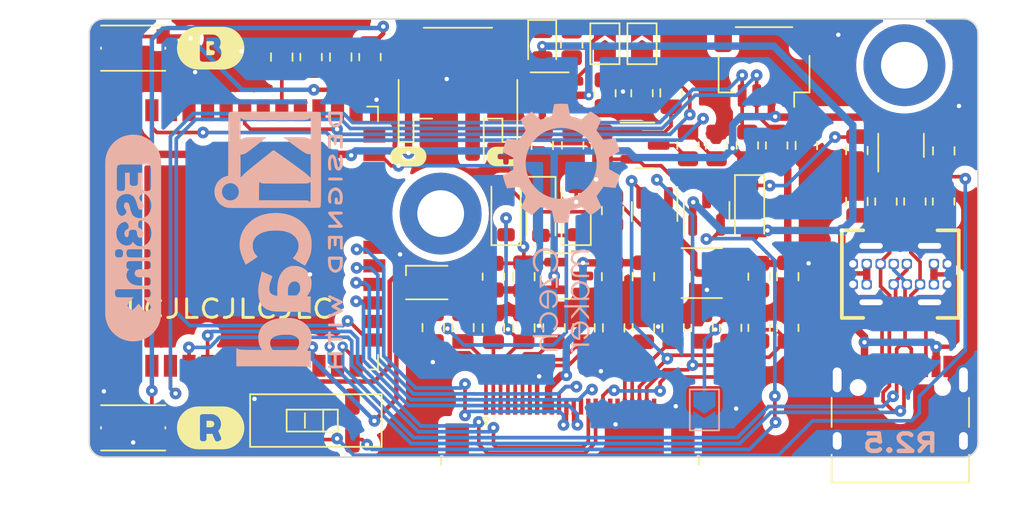
<source format=kicad_pcb>
(kicad_pcb (version 20221018) (generator pcbnew)
  (layers (0 "F.Cu" signal) (31 "B.Cu" signal) (34 "B.Paste" user) (35 "F.Paste" user) (36 "B.SilkS" user "B.Silkscreen") (37 "F.SilkS" user "F.Silkscreen") (38 "B.Mask" user) (39 "F.Mask" user) (44 "Edge.Cuts" user))
  (net 0 "")
  (net 1 "+5V")
  (net 2 "GND")
  (net 3 "+3V3")
  (net 4 "/IO38")
  (net 5 "Net-(Q4-G)")
  (net 6 "/EN")
  (net 7 "/3V3_EPD")
  (net 8 "Net-(J2-Pin_1)")
  (net 9 "Net-(J2-Pin_6)")
  (net 10 "Net-(J2-Pin_7)")
  (net 11 "Net-(D1-A)")
  (net 12 "/PREVGL")
  (net 13 "Net-(J2-Pin_5)")
  (net 14 "Net-(J2-Pin_21)")
  (net 15 "/PREVGH")
  (net 16 "Net-(J2-Pin_20)")
  (net 17 "/RESE")
  (net 18 "/BAT+")
  (net 19 "Net-(D5-K)")
  (net 20 "Net-(D4-K)")
  (net 21 "Net-(J1-CC1)")
  (net 22 "/D+")
  (net 23 "/D-")
  (net 24 "Net-(J1-CC2)")
  (net 26 "/GDR")
  (net 27 "Net-(J2-Pin_3)")
  (net 30 "/P8")
  (net 31 "/IO6")
  (net 32 "/IO5")
  (net 33 "/IO10")
  (net 34 "/IO9")
  (net 35 "/IO12")
  (net 36 "/IO11")
  (net 37 "/IO3")
  (net 38 "/IO4")
  (net 39 "Net-(JP1-A)")
  (net 40 "Net-(JP1-B)")
  (net 41 "Net-(JP2-A)")
  (net 42 "Net-(Q4-D)")
  (net 43 "Net-(U3-STAT)")
  (net 44 "/IO0")
  (net 45 "/IO7")
  (net 46 "/IO15")
  (net 47 "/IO16")
  (net 48 "/IO18")
  (net 49 "/IO8")
  (net 50 "/IO17")
  (net 51 "/IO46")
  (net 52 "/IO21")
  (net 53 "/IO47")
  (net 54 "/IO48")
  (net 55 "/IO45")
  (net 56 "/IO39")
  (net 57 "/IO13")
  (net 58 "/IO14")
  (net 59 "/IO40")
  (net 60 "/IO41")
  (net 61 "/IO42")
  (net 62 "/IO44")
  (net 66 "/IO43")
  (net 67 "/IO2")
  (net 68 "/IO1")
  (net 69 "Net-(SW3-B)")
  (net 74 "Net-(D2-K)")
  (net 75 "Net-(JP3-A)")
  (footprint "Jumper:SolderJumper-2_P1.3mm_Open_TrianglePad1.0x1.5mm" (layer "F.Cu") (at 37.810034 -28.30244 90)
    (fp_text reference "JP2" hide)
    (fp_text value "SolderJumper_2_Open" hide)
  )
  (footprint "Resistor_SMD:R_0805_2012Metric" (layer "F.Cu") (at 58.442411 -17.5006 90)
    (fp_text reference "R2" hide)
    (fp_text value "5K1" hide)
  )
  (footprint "Capacitor_SMD:C_0805_2012Metric" (layer "F.Cu") (at 52.5102 -17.5006 90)
    (fp_text reference "C1" hide)
    (fp_text value "1uF" hide)
  )
  (footprint "Resistor_SMD:R_0805_2012Metric" (layer "F.Cu") (at 37.810034 -24.913704 90)
    (fp_text reference "R16" hide)
    (fp_text value "10K" hide)
  )
  (footprint "MountingHole:MountingHole_3.2mm_M3_DIN965_Pad" (layer "F.Cu") (at 55.7614 -26.8326)
    (fp_text reference "H1" hide)
    (fp_text value "MountingHole")
  )
  (footprint "Capacitor_SMD:C_0805_2012Metric" (layer "F.Cu") (at 37.9052 -8.8456 90)
    (fp_text reference "C15" hide)
    (fp_text value "1uF" hide)
  )
  (footprint "Diode_SMD:D_SOD-123" (layer "F.Cu") (at 33.3078 -16.8729 90)
    (fp_text reference "D2" hide)
    (fp_text value "MBR0520LT" hide)
  )
  (footprint "Connector_JST:JST_SH_SM04B-SRSS-TB_1x04-1MP_P1.00mm_Horizontal" (layer "F.Cu") (at 46.1602 -26.7564 180)
    (fp_text reference "J4" hide)
    (fp_text value "Conn_01x04_Socket" hide)
  )
  (footprint "Diode_SMD:D_0805_2012Metric" (layer "F.Cu") (at 30.981917 -28.240302 -90)
    (fp_text reference "D4" hide)
    (fp_text value "LED" hide)
  )
  (footprint "Resistor_SMD:R_0805_2012Metric" (layer "F.Cu") (at 35.272014 -24.913704 90)
    (fp_text reference "R17" hide)
    (fp_text value "10K" hide)
  )
  (footprint "Resistor_SMD:R_0805_2012Metric" (layer "F.Cu") (at 19.2 -27.3914 90)
    (fp_text reference "R3" hide)
    (fp_text value "10K" hide)
  )
  (footprint "Capacitor_SMD:C_0805_2012Metric" (layer "F.Cu") (at 35.8732 -8.8456 90)
    (fp_text reference "C12" hide)
    (fp_text value "1uF" hide)
  )
  (footprint "Capacitor_SMD:C_0805_2012Metric" (layer "F.Cu") (at 23.5288 -8.8646 90)
    (fp_text reference "C10" hide)
    (fp_text value "1uF" hide)
  )
  (footprint "Capacitor_SMD:C_0805_2012Metric" (layer "F.Cu") (at 37.9052 -12.3546 -90)
    (fp_text reference "C22" hide)
    (fp_text value "4u7F" hide)
  )
  (footprint "Capacitor_SMD:C_0805_2012Metric" (layer "F.Cu") (at 49.0558 -21.337399 -90)
    (fp_text reference "C5" hide)
    (fp_text value "10uF" hide)
  )
  (footprint "Resistor_SMD:R_0805_2012Metric" (layer "F.Cu") (at 35.1028 -21.341194 -90)
    (fp_text reference "R18" hide)
    (fp_text value "10K" hide)
  )
  (footprint "Resistor_SMD:R_0805_2012Metric" (layer "F.Cu") (at 45.82 -12.3546 -90)
    (fp_text reference "R12" hide)
    (fp_text value "10K" hide)
  )
  (footprint "Resistor_SMD:R_0805_2012Metric" (layer "F.Cu") (at 41.92 -8.8456 90)
    (fp_text reference "R10" hide)
    (fp_text value "2R2")
  )
  (footprint "Capacitor_SMD:C_0805_2012Metric" (layer "F.Cu") (at 31.792 -8.8456 90)
    (fp_text reference "C18" hide)
    (fp_text value "1uF" hide)
  )
  (footprint "Connector_FFC-FPC:TE_2-1734839-4_1x24-1MP_P0.5mm_Horizontal" (layer "F.Cu") (at 32.887 -2.105)
    (fp_text reference "J2" hide)
    (fp_text value "Conn_01x24_Pin" hide)
  )
  (footprint "dronecz:USB_C_Receptacle_HRO_TYPE-C-31-M-15" (layer "F.Cu") (at 55.482 -12.529 90)
    (fp_text reference "J5" hide)
    (fp_text value "USB_C_Receptacle_USB2.0")
  )
  (footprint "Capacitor_SMD:C_0805_2012Metric" (layer "F.Cu") (at 35.8 -16.8729 -90)
    (fp_text reference "C19" hide)
    (fp_text value "4u7F" hide)
  )
  (footprint "Resistor_SMD:R_0805_2012Metric" (layer "F.Cu") (at 45.0172 -21.337399 -90)
    (fp_text reference "R7" hide)
    (fp_text value "10K" hide)
  )
  (footprint "Capacitor_SMD:C_0805_2012Metric" (layer "F.Cu") (at 58.4538 -20.9652 90)
    (fp_text reference "C6" hide)
    (fp_text value "22uF" hide)
  )
  (footprint "Capacitor_SMD:C_0805_2012Metric" (layer "F.Cu") (at 17.2 -27.3914 90)
    (fp_text reference "C7" hide)
    (fp_text value "1uF" hide)
  )
  (footprint "kibuzzard-64921EFB" (layer "F.Cu") (at 28.5 -20.5842)
    (fp_text reference "kibuzzard-64921EFB" hide)
    (fp_text value "G***" hide)
  )
  (footprint "Capacitor_SMD:C_0805_2012Metric" (layer "F.Cu") (at 29.7264 -8.8456 90)
    (fp_text reference "C17" hide)
    (fp_text value "1uF" hide)
  )
  (footprint "Resistor_SMD:R_0805_2012Metric" (layer "F.Cu") (at 47.0238 -21.337399 -90)
    (fp_text reference "R6" hide)
    (fp_text value "10K" hide)
  )
  (footprint "Capacitor_SMD:C_0805_2012Metric" (layer "F.Cu") (at 39.797574 -24.93717 90)
    (fp_text reference "C4" hide)
    (fp_text value "10uF" hide)
  )
  (footprint "MountingHole:MountingHole_3.2mm_M3_DIN965_Pad" (layer "F.Cu") (at 24.0368 -16.6726)
    (fp_text reference "H2" hide)
    (fp_text value "MountingHole")
  )
  (footprint "Resistor_SMD:R_0805_2012Metric" (layer "F.Cu") (at 43.87 -8.8456 90)
    (fp_text reference "R8.8456" hide)
    (fp_text value "0,47R" hide)
  )
  (footprint "kibuzzard-649216A2" (layer "F.Cu") (at 8.3 -2)
    (fp_text reference "kibuzzard-649216A2" hide)
    (fp_text value "G***" hide)
  )
  (footprint "kibuzzard-649216B3" (layer "F.Cu") (at 8.3 -28)
    (fp_text reference "kibuzzard-649216B3" hide)
    (fp_text value "G***" hide)
  )
  (footprint "Capacitor_SMD:C_0805_2012Metric" (layer "F.Cu") (at 27.6436 -8.8456 90)
    (fp_text reference "C8" hide)
    (fp_text value "1uF" hide)
  )
  (footprint "Button_Switch_SMD:SW_Push_1P1T_NO_CK_KMR2" (layer "F.Cu") (at 3 -2)
    (fp_text reference "SW1" hide)
    (fp_text value "RESET" hide)
  )
  (footprint "Connector_USB:USB_C_Receptacle_HRO_TYPE-C-31-M-12" (layer "F.Cu") (at 55.482 -2.159)
    (fp_text reference "J1" hide)
    (fp_text value "USB_C_Receptacle_USB2.0" hide)
  )
  (footprint "kibuzzard-64921EEB" (layer "F.Cu") (at 21.827 -20.5842)
    (fp_text reference "kibuzzard-64921EEB" hide)
    (fp_text value "G***" hide)
  )
  (footprint "Package_TO_SOT_SMD:SOT-23" (layer "F.Cu") (at 38.67 -16.81 -90)
    (fp_text reference "Q2" hide)
    (fp_text value "SI1308EDL-T1-GE3" hide)
  )
  (footprint "Capacitor_SMD:C_0805_2012Metric" (layer "F.Cu") (at 30.989523 -21.340872 -90)
    (fp_text reference "C20" hide)
    (fp_text value "10uF" hide)
  )
  (footprint "Diode_SMD:D_SOD-123" (layer "F.Cu") (at 45.17 -16.95 -90)
    (fp_text reference "D5" hide)
    (fp_text value "MBR0520LT" hide)
  )
  (footprint "Capacitor_SMD:C_0805_2012Metric" (layer "F.Cu") (at 13.1656 -27.3914 90)
    (fp_text reference "C3" hide)
    (fp_text value "1uF" hide)
  )
  (footprint "dronecz:JS202011JCQN" (layer "F.Cu") (at 15.5 -2.5 180)
    (fp_text reference "SW3" hide)
    (fp_text value "SW_SPST")
  )
  (footprint "Resistor_SMD:R_0805_2012Metric" (layer "F.Cu") (at 54.500521 -17.495809 -90)
    (fp_text reference "R4" hide)
    (fp_text value "10K" hide)
  )
  (footprint "Capacitor_SMD:C_0805_2012Metric" (layer "F.Cu") (at 33.8412 -8.8456 90)
    (fp_text reference "C11" hide)
    (fp_text value "1uF" hide)
  )
  (footprint "Capacitor_SMD:C_0805_2012Metric" (layer "F.Cu") (at 47.78 -12.3546 -90)
    (fp_text reference "C12.3546" hide)
    (fp_text value "10uF" hide)
  )
  (footprint "LED_SMD:LED_WS2812B-2020_PLCC4_2.0x2.0mm" (layer "F.Cu") (at 23.085 -11.95)
    (fp_text reference "D6" hide)
    (fp_text value "WS2812B")
  )
  (footprint "Package_TO_SOT_SMD:SOT-23-5" (layer "F.Cu") (at 55.5328 -21.3462 90)
    (fp_text reference "U2" hide)
    (fp_text value "AP2112K-3.3" hide)
  )
  (footprint "Jumper:SolderJumper-2_P1.3mm_Open_TrianglePad1.0x1.5mm" (layer "F.Cu") (at 35.272014 -28.30244 90)
    (fp_text reference "JP1" hide)
    (fp_text value "SolderJumper_2_Open" hide)
  )
  (footprint "Capacitor_SMD:C_0805_2012Metric" (layer "F.Cu") (at 35.8 -12.3546 -90)
    (fp_text reference "C14" hide)
    (fp_text value "4u7F" hide)
  )
  (footprint "Package_TO_SOT_SMD:SOT-23" (layer "F.Cu") (at 38.010637 -21.343029)
    (fp_text reference "Q4" hide)
    (fp_text value "SI2305" hide)
  )
  (footprint "Resistor_SMD:R_0805_2012Metric" (layer "F.Cu") (at 47.78 -8.8456 90)
    (fp_text reference "R13" hide)
    (fp_text value "0R" hide)
  )
  (footprint "ESP32_libraries:ESP32-S3-WROOM-2" (layer "F.Cu") (at 10 -15 90)
    (fp_text reference "U1" hide)
    (fp_text value "ESP32-S3-WROOM-2" hide)
  )
  (footprint "Inductor_SMD:L_1812_4532Metric" (layer "F.Cu") (at 41.9 -12.6)
    (fp_text reference "L1" hide)
    (fp_text value "10uH/1A")
  )
  (footprint "Resistor_SMD:R_0805_2012Metric" (layer "F.Cu") (at 15.1722 -27.3914 90)
    (fp_text reference "R5" hide)
    (fp_text value "10K" hide)
  )
  (footprint "Diode_SMD:D_SOD-123" (layer "F.Cu") (at 28.5072 -16.8729 90)
    (fp_text reference "D1" hide)
    (fp_text value "MBR0520LT" hide)
  )
  (footprint "Package_TO_SOT_SMD:SOT-23-5" (layer "F.Cu") (at 31.993589 -24.784106)
    (fp_text reference "U3" hide)
    (fp_text value "MCP73831-2-OT" hide)
  )
  (footprint "Resistor_SMD:R_0805_2012Metric" (layer "F.Cu") (at 40.956696 -21.336496 90)
    (fp_text reference "R19" hide)
    (fp_text value "10K" hide)
  )
  (footprint "Resistor_SMD:R_0805_2012Metric" (layer "F.Cu") (at 27.6436 -12.3546 90)
    (fp_text reference "R11" hide)
    (fp_text value "10K" hide)
  )
  (footprint "Capacitor_SMD:C_0805_2012Metric" (layer "F.Cu") (at 25.5608 -8.8646 90)
    (fp_text reference "C9" hide)
    (fp_text value "1uF" hide)
  )
  (footprint "Button_Switch_SMD:SW_Push_1P1T_NO_CK_KMR2" (layer "F.Cu") (at 3 -28)
    (fp_text reference "SW2" hide)
    (fp_text value "BOOT" hide)
  )
  (footprint "Connector_JST:JST_PH_S2B-PH-SM4-TB_1x02-1MP_P2.00mm_Horizontal" (layer "F.Cu") (at 25.220814 -24.88814 180)
    (fp_text reference "J3" hide)
    (fp_text value "Conn_01x02_Pin" hide)
  )
  (footprint "Capacitor_SMD:C_0805_2012Metric" (layer "F.Cu") (at 29.7264 -12.3546 90)
    (fp_text reference "C13" hide)
    (fp_text value "100nF" hide)
  )
  (footprint "Resistor_SMD:R_0805_2012Metric" (layer "F.Cu") (at 42.909804 -21.337399 90)
    (fp_text reference "R20" hide)
    (fp_text value "10K" hide)
  )
  (footprint "Package_TO_SOT_SMD:SOT-23" (layer "F.Cu") (at 42.23 -16.83 90)
    (fp_text reference "Q3" hide)
    (fp_text value "DMG3415U-7" hide)
  )
  (footprint "Capacitor_SMD:C_0805_2012Metric" (layer "F.Cu") (at 39.9372 -8.8456 90)
    (fp_text reference "C16" hide)
    (fp_text value "1uF" hide)
  )
  (footprint "Resistor_SMD:R_0805_2012Metric" (layer "F.Cu") (at 33.000189 -28.260302 -90)
    (fp_text reference "R14" hide)
    (fp_text value "1K" hide)
  )
  (footprint "Resistor_SMD:R_0805_2012Metric" (layer "F.Cu") (at 45.82 -8.8456 90)
    (fp_text reference "R8" hide)
    (fp_text value "10K" hide)
  )
  (footprint "Resistor_SMD:R_0805_2012Metric" (layer "F.Cu") (at 56.478877 -17.5006 90)
    (fp_text reference "R1" hide)
    (fp_text value "5K1" hide)
  )
  (footprint "Capacitor_SMD:C_0805_2012Metric" (layer "F.Cu") (at 52.5102 -20.9906 -90)
    (fp_text reference "C21" hide)
    (fp_text value "22uF" hide)
  )
  (footprint "Diode_SMD:D_SOD-123" (layer "F.Cu") (at 30.8948 -16.8279 -90)
    (fp_text reference "D3" hide)
    (fp_text value "MBR0520LT" hide)
  )
  (footprint "Resistor_SMD:R_0805_2012Metric" (layer "F.Cu") (at 33.068648 -21.340872 90)
    (fp_text reference "R15" hide)
    (fp_text value "10K" hide)
  )
  (footprint "Package_TO_SOT_SMD:SOT-23" (layer "F.Cu") (at 32.8 -12.4)
    (fp_text reference "Q1" hide)
    (fp_text value "DMG3415U-7" hide)
  )
  (footprint "Logo:czm_logo_small" (layer "B.Cu") (at 32.5 -15 -90)
    (fp_text reference "G***" hide)
    (fp_text value "LOGO" hide)
  )
  (footprint "Jumper:SolderJumper-2_P1.3mm_Open_TrianglePad1.0x1.5mm" (layer "B.Cu") (at 42.08 -3.23 -90)
    (fp_text reference "JP3" hide)
    (fp_text value "SolderJumper_2_Open")
  )
  (footprint "kibuzzard-65023723" (layer "B.Cu") (at 3 -15 -90)
    (fp_text reference "kibuzzard-65023723" hide)
    (fp_text value "G***" hide)
  )
  (footprint "Logo:Kicad_logo_medium" (layer "B.Cu") (at 13 -15 -90)
    (fp_text reference "G***" hide)
    (fp_text value "LOGO" hide)
  )
  (gr_line (start 1 -30) (end 59.792893 -30) (stroke (width 0.1)) (layer "Edge.Cuts"))
  (gr_line (start 0 -1) (end 0 -29) (stroke (width 0.1)) (layer "Edge.Cuts"))
  (gr_line (start 1 0) (end 59.792893 0) (stroke (width 0.1)) (layer "Edge.Cuts"))
  (gr_arc (start 0 -29) (mid 0.292893 -29.707107) (end 1 -30) (stroke (width 0.1)) (layer "Edge.Cuts"))
  (gr_line (start 60.792893 -29) (end 60.792893 -1) (stroke (width 0.1)) (layer "Edge.Cuts"))
  (gr_arc (start 59.792893 -30) (mid 60.500004 -29.707109) (end 60.792893 -29) (stroke (width 0.1)) (layer "Edge.Cuts"))
  (gr_arc (start 60.792893 -1) (mid 60.499999 -0.292896) (end 59.792893 0) (stroke (width 0.1)) (layer "Edge.Cuts"))
  (gr_arc (start 1 0) (mid 0.292893 -0.292893) (end 0 -1) (stroke (width 0.1)) (layer "Edge.Cuts"))
  (gr_text "R2.5" (at 55.482 -0.26) (layer "B.SilkS") (effects (font (size 1.2 1.5) (thickness 0.3) bold) (justify bottom mirror)))
  (gr_text "JLCJLCJLCJLC" (at 9.017 -9.398) (layer "F.SilkS") (effects (font (size 1.27 1.5) (thickness 0.2)) (justify bottom)))
  (segment (start 45.17 -15.3) (end 46.1716 -15.3) (width 0.508) (layer "F.Cu") (net 1))
  (segment (start 41.28 -17.42) (end 41.316944 -17.456944) (width 0.508) (layer "F.Cu") (net 1))
  (segment (start 57.782 -11.829) (end 57.782 -12.507) (width 0.508) (layer "F.Cu") (net 1))
  (segment (start 34.1714 -24.7752) (end 33.3332 -24.7752) (width 0.508) (layer "F.Cu") (net 1))
  (segment (start 59.3844 -12.201746) (end 59.3844 -7.9766) (width 0.3048) (layer "F.Cu") (net 1))
  (segment (start 30.988 -27.308885) (end 30.981917 -27.302802) (width 0.508) (layer "F.Cu") (net 1))
  (segment (start 53.1754 -12.5766) (end 51.4846 -12.5766) (width 0.3048) (layer "F.Cu") (net 1))
  (segment (start 53.182 -12.5832) (end 53.1754 -12.5766) (width 0.3048) (layer "F.Cu") (net 1))
  (segment (start 53.032 -8.226) (end 53.032 -6.204) (width 0.508) (layer "F.Cu") (net 1))
  (segment (start 53.182 -13.229) (end 53.182 -12.5832) (width 0.3048) (layer "F.Cu") (net 1))
  (segment (start 59.079146 -12.507) (end 59.3844 -12.201746) (width 0.3048) (layer "F.Cu") (net 1))
  (segment (start 51.478 -9.78) (end 53.032 -8.226) (width 0.508) (layer "F.Cu") (net 1))
  (segment (start 57.932 -6.204) (end 57.932 -7.554) (width 0.508) (layer "F.Cu") (net 1))
  (segment (start 51.478 -12.5832) (end 51.478 -15.5184) (width 0.508) (layer "F.Cu") (net 1))
  (segment (start 52.5102 -16.5506) (end 54.467812 -16.5506) (width 0.508) (layer "F.Cu") (net 1))
  (segment (start 54.467812 -16.5506) (end 54.500521 -16.583309) (width 0.508) (layer "F.Cu") (net 1))
  (segment (start 46.1716 -15.3) (end 46.39 -15.5184) (width 0.508) (layer "F.Cu") (net 1))
  (segment (start 41.28 -15.8925) (end 41.28 -17.42) (width 0.508) (layer "F.Cu") (net 1))
  (segment (start 51.4846 -12.5766) (end 51.478 -12.5832) (width 0.3048) (layer "F.Cu") (net 1))
  (segment (start 30.988 -28.140802) (end 30.988 -27.308885) (width 0.508) (layer "F.Cu") (net 1))
  (segment (start 59.3844 -7.9766) (end 58.9618 -7.554) (width 0.3048) (layer "F.Cu") (net 1))
  (segment (start 53.182 -11.829) (end 53.182 -13.229) (width 0.508) (layer "F.Cu") (net 1))
  (segment (start 57.782 -12.507) (end 57.782 -13.229) (width 0.508) (layer "F.Cu") (net 1))
  (segment (start 51.478 -15.5184) (end 52.5102 -16.5506) (width 0.508) (layer "F.Cu") (net 1))
  (segment (start 58.9618 -7.554) (end 57.932 -7.554) (width 0.3048) (layer "F.Cu") (net 1))
  (segment (start 33.3332 -24.7752) (end 33.131089 -24.573089) (width 0.508) (layer "F.Cu") (net 1))
  (segment (start 33.131089 -24.573089) (end 33.131089 -23.834106) (width 0.508) (layer "F.Cu") (net 1))
  (segment (start 57.782 -12.507) (end 59.079146 -12.507) (width 0.3048) (layer "F.Cu") (net 1))
  (segment (start 51.478 -12.5832) (end 51.478 -9.78) (width 0.508) (layer "F.Cu") (net 1))
  (via (at 51.478 -15.5184) (size 0.8) (drill 0.3) (layers "F.Cu" "B.Cu") (net 1))
  (via (at 53.032 -7.8588) (size 0.8) (drill 0.3) (layers "F.Cu" "B.Cu") (net 1))
  (via (at 46.39 -15.5184) (size 0.8) (drill 0.3) (layers "F.Cu" "B.Cu") (net 1))
  (via (at 34.1714 -24.7752) (size 0.7) (drill 0.3) (layers "F.Cu" "B.Cu") (net 1))
  (via (at 41.316944 -17.456944) (size 0.8) (drill 0.3) (layers "F.Cu" "B.Cu") (net 1))
  (via (at 30.988 -28.140802) (size 0.7) (drill 0.3) (layers "F.Cu" "B.Cu") (net 1))
  (via (at 57.932 -7.554) (size 0.8) (drill 0.3) (layers "F.Cu" "B.Cu") (net 1))
  (segment (start 57.6272 -7.8588) (end 57.932 -7.554) (width 0.508) (layer "B.Cu") (net 1))
  (segment (start 34.146 -28.140802) (end 30.988 -28.140802) (width 0.508) (layer "B.Cu") (net 1))
  (segment (start 30.988 -28.140802) (end 46.817026 -28.140802) (width 0.508) (layer "B.Cu") (net 1))
  (segment (start 52.2308 -22.727028) (end 52.2308 -16.2712) (width 0.508) (layer "B.Cu") (net 1))
  (segment (start 34.1714 -28.115402) (end 34.146 -28.140802) (width 0.508) (layer "B.Cu") (net 1))
  (segment (start 53.032 -7.8588) (end 57.6272 -7.8588) (width 0.508) (layer "B.Cu") (net 1))
  (segment (start 46.39 -15.5184) (end 51.478 -15.5184) (width 0.508) (layer "B.Cu") (net 1))
  (segment (start 52.2308 -16.2712) (end 51.478 -15.5184) (width 0.508) (layer "B.Cu") (net 1))
  (segment (start 43.255488 -15.5184) (end 46.39 -15.5184) (width 0.508) (layer "B.Cu") (net 1))
  (segment (start 34.1714 -24.7752) (end 34.1714 -28.115402) (width 0.508) (layer "B.Cu") (net 1))
  (segment (start 46.817026 -28.140802) (end 52.2308 -22.727028) (width 0.508) (layer "B.Cu") (net 1))
  (segment (start 41.316944 -17.456944) (end 43.255488 -15.5184) (width 0.508) (layer "B.Cu") (net 1))
  (segment (start 30.775 -5.525) (end 30.637 -5.387) (width 0.3048) (layer "F.Cu") (net 2))
  (segment (start 35.272014 -24.001204) (end 37.810034 -24.001204) (width 0.508) (layer "F.Cu") (net 2))
  (segment (start 42.908901 -22.248996) (end 42.909804 -22.249899) (width 0.25) (layer "F.Cu") (net 2))
  (segment (start 30.637 -5.387) (end 30.637 -3.455) (width 0.3048) (layer "F.Cu") (net 2))
  (via (at 49.2082 -13.269) (size 0.7) (drill 0.3) (layers "F.Cu" "B.Cu") (net 2))
  (via (at 24.45 -25.89) (size 0.7) (drill 0.3) (layers "F.Cu" "B.Cu") (net 2))
  (via (at 1 -4.5) (size 0.7) (drill 0.3) (layers "F.Cu" "B.Cu") (net 2))
  (via (at 36 -2.24) (size 0.7) (drill 0.3) (layers "F.Cu" "B.Cu") (net 2))
  (via (at 10.42 -27.79) (size 0.7) (drill 0.3) (layers "F.Cu" "B.Cu") (net 2))
  (via (at 42.25 -11.45) (size 0.7) (drill 0.3) (layers "F.Cu" "B.Cu") (net 2))
  (via (at 34.68 -19.01) (size 0.7) (drill 0.3) (layers "F.Cu" "B.Cu") (net 2))
  (via (at 15.096 -12.507) (size 0.7) (drill 0.3) (layers "F.Cu" "B.Cu") (net 2))
  (via (at 51.2402 -28.9154) (size 0.7) (drill 0.3) (layers "F.Cu" "B.Cu") (net 2))
  (via (at 11.302036 -3.984833) (size 0.7) (drill 0.3) (layers "F.Cu" "B.Cu") (net 2))
  (via (at 59.4952 -24.0386) (size 0.7) (drill 0.3) (layers "F.Cu" "B.Cu") (net 2))
  (via (at 38.9128 -8.934) (size 0.7) (drill 0.3) (layers "F.Cu" "B.Cu") (net 2))
  (via (at 35 -5.88) (size 0.7) (drill 0.3) (layers "F.Cu" "B.Cu") (net 2))
  (via (at 21.26 -13.88) (size 0.7) (drill 0.3) (layers "F.Cu" "B.Cu") (net 2))
  (via (at 23.5 -6.5) (size 0.7) (drill 0.3) (layers "F.Cu" "B.Cu") (net 2))
  (via (at 30.75 -8.99) (size 0.7) (drill 0.3) (layers "F.Cu" "B.Cu") (net 2))
  (via (at 30.775 -5.525) (size 0.7) (drill 0.3) (layers "F.Cu" "B.Cu") (net 2))
  (via (at 44.25 -3.32) (size 0.7) (drill 0.3) (layers "F.Cu" "B.Cu") (net 2))
  (via (at 36.5082 -25.0292) (size 0.7) (drill 0.3) (layers "F.Cu" "B.Cu") (net 2))
  (via (at 40.12 -3.48) (size 0.7) (drill 0.3) (layers "F.Cu" "B.Cu") (net 2))
  (via (at 19.65 -24.47) (size 0.7) (drill 0.3) (layers "F.Cu" "B.Cu") (net 2))
  (via (at 3 -1) (size 0.7) (drill 0.3) (layers "F.Cu" "B.Cu") (net 2))
  (via (at 7.24 -26.36) (size 0.7) (drill 0.3) (layers "F.Cu" "B.Cu") (net 2))
  (segment (start 3.01 -20.2076) (end 3.01 -6.25) (width 0.508) (layer "F.Cu") (net 3))
  (segment (start 46.9222 -23.2766) (end 49.08 -23.2766) (width 0.508) (layer "F.Cu") (net 3))
  (segment (start 45.82 -13.2671) (end 47.7425 -13.2671) (width 0.508) (layer "F.Cu") (net 3))
  (segment (start 31.8171 -11.4046) (end 31.8625 -11.45) (width 0.508) (layer "F.Cu") (net 3))
  (segment (start 54.5828 -23.0836) (end 54.5828 -22.4837) (width 0.508) (layer "F.Cu") (net 3))
  (segment (start 29.6889 -11.4421) (end 29.7264 -11.4046) (width 0.508) (layer "F.Cu") (net 3))
  (segment (start 3.5314 -20.729) (end 3.01 -20.2076) (width 0.508) (layer "F.Cu") (net 3))
  (segment (start 45.0172 -20.424899) (end 47.0238 -20.424899) (width 0.508) (layer "F.Cu") (net 3))
  (segment (start 19.3911 -26.4789) (end 21.839732 -24.030268) (width 0.508) (layer "F.Cu") (net 3))
  (segment (start 58.4538 -20.0152) (end 57.0518 -21.4172) (width 0.508) (layer "F.Cu") (net 3))
  (segment (start 49.0558 -22.287399) (end 49.0558 -23.2524) (width 0.508) (layer "F.Cu") (net 3))
  (segment (start 31.8625 -12.3375) (end 31.8 -12.4) (width 0.508) (layer "F.Cu") (net 3))
  (segment (start 47.78 -19.668699) (end 47.0238 -20.424899) (width 0.508) (layer "F.Cu") (net 3))
  (segment (start 27.6436 -11.4421) (end 29.6889 -11.4421) (width 0.508) (layer "F.Cu") (net 3))
  (segment (start 17.9154 -20.6604) (end 17.8468 -20.729) (width 0.508) (layer "F.Cu") (net 3))
  (segment (start 21.839732 -24.030268) (end 21.839732 -20.8201) (width 0.508) (layer "F.Cu") (net 3))
  (segment (start 47.7425 -13.2671) (end 47.78 -13.3046) (width 0.508) (layer "F.Cu") (net 3))
  (segment (start 31.8625 -11.45) (end 31.8625 -12.3375) (width 0.508) (layer "F.Cu") (net 3))
  (segment (start 19.2 -26.4789) (end 19.3911 -26.4789) (width 0.508) (layer "F.Cu") (net 3))
  (segment (start 55.0046 -21.4172) (end 54.5828 -21.839) (width 0.508) (layer "F.Cu") (net 3))
  (segment (start 57.0518 -21.4172) (end 55.0046 -21.4172) (width 0.508) (layer "F.Cu") (net 3))
  (segment (start 54.3898 -23.2766) (end 54.5828 -23.0836) (width 0.508) (layer "F.Cu") (net 3))
  (segment (start 17.8468 -20.729) (end 3.5314 -20.729) (width 0.508) (layer "F.Cu") (net 3))
  (segment (start 49.08 -23.2766) (end 54.3898 -23.2766) (width 0.508) (layer "F.Cu") (net 3))
  (segment (start 45.0172 -20.424899) (end 44.737093 -20.424899) (width 0.508) (layer "F.Cu") (net 3))
  (segment (start 49.0558 -23.2524) (end 49.08 -23.2766) (width 0.508) (layer "F.Cu") (net 3))
  (segment (start 54.5828 -21.839) (end 54.5828 -22.4837) (width 0.508) (layer "F.Cu") (net 3))
  (segment (start 44.737093 -20.424899) (end 44.011603 -21.150389) (width 0.508) (layer "F.Cu") (net 3))
  (segment (start 46.6602 -24.7564) (end 46.6602 -23.5386) (width 0.508) (layer "F.Cu") (net 3))
  (segment (start 29.7264 -11.4046) (end 31.8171 -11.4046) (width 0.508) (layer "F.Cu") (net 3))
  (segment (start 47.78 -13.3046) (end 47.78 -19.668699) (width 0.508) (layer "F.Cu") (net 3))
  (segment (start 46.6602 -23.5386) (end 46.9222 -23.2766) (width 0.508) (layer "F.Cu") (net 3))
  (via (at 21.839732 -20.8201) (size 0.8) (drill 0.3) (layers "F.Cu" "B.Cu") (net 3))
  (via (at 44.011603 -21.150389) (size 0.8) (drill 0.3) (layers "F.Cu" "B.Cu") (net 3))
  (via (at 17.9154 -20.6604) (size 0.8) (drill 0.3) (layers "F.Cu" "B.Cu") (net 3))
  (via (at 31.8 -12.4) (size 0.8) (drill 0.3) (layers "F.Cu" "B.Cu") (net 3))
  (via (at 46.9222 -23.311899) (size 0.8) (drill 0.3) (layers "F.Cu" "B.Cu") (net 3))
  (segment (start 31.8 -20.9556) (end 31.79 -20.9656) (width 0.508) (layer "B.Cu") (net 3))
  (segment (start 44.011603 -21.150389) (end 44.011603 -22.753603) (width 0.508) (layer "B.Cu") (net 3))
  (segment (start 17.9154 -20.6604) (end 18.2206 -20.9656) (width 0.508) (layer "B.Cu") (net 3))
  (segment (start 18.2206 -20.9656) (end 31.79 -20.9656) (width 0.508) (layer "B.Cu") (net 3))
  (segment (start 44.011603 -22.753603) (end 44.569899 -23.311899) (width 0.508) (layer "B.Cu") (net 3))
  (segment (start 37.304401 -20.511199) (end 43.372413 -20.511199) (width 0.508) (layer "B.Cu") (net 3))
  (segment (start 31.79 -20.9656) (end 36.85 -20.9656) (width 0.508) (layer "B.Cu") (net 3))
  (segment (start 31.8 -12.4) (end 31.8 -20.9556) (width 0.508) (layer "B.Cu") (net 3))
  (segment (start 44.569899 -23.311899) (end 46.9222 -23.311899) (width 0.508) (layer "B.Cu") (net 3))
  (segment (start 36.85 -20.9656) (end 37.304401 -20.511199) (width 0.508) (layer "B.Cu") (net 3))
  (segment (start 43.372413 -20.511199) (end 44.011603 -21.150389) (width 0.508) (layer "B.Cu") (net 3))
  (segment (start 15.1347 -26.4414) (end 15.1722 -26.4789) (width 0.25) (layer "F.Cu") (net 4))
  (segment (start 13.17 -26.437) (end 13.17 -23.75) (width 0.25) (layer "F.Cu") (net 4))
  (segment (start 13.1656 -26.4414) (end 15.1347 -26.4414) (width 0.25) (layer "F.Cu") (net 4))
  (segment (start 13.1656 -26.4414) (end 13.17 -26.437) (width 0.25) (layer "F.Cu") (net 4))
  (segment (start 37.033802 -22.253694) (end 37.073137 -22.293029) (width 0.25) (layer "F.Cu") (net 5))
  (segment (start 37.073137 -22.293029) (end 37.146366 -22.2198) (width 0.25) (layer "F.Cu") (net 5))
  (segment (start 39.797574 -22.679774) (end 39.797574 -23.98717) (width 0.25) (layer "F.Cu") (net 5))
  (segment (start 35.1028 -22.253694) (end 37.033802 -22.253694) (width 0.25) (layer "F.Cu") (net 5))
  (segment (start 39.3376 -22.2198) (end 39.797574 -22.679774) (width 0.25) (layer "F.Cu") (net 5))
  (segment (start 37.146366 -22.2198) (end 39.3376 -22.2198) (width 0.25) (layer "F.Cu") (net 5))
  (segment (start 5.05 -2.8) (end 4.28 -3.57) (width 0.25) (layer "F.Cu") (net 6))
  (segment (start 4.28 -4.54) (end 4.28 -6.25) (width 0.25) (layer "F.Cu") (net 6))
  (segment (start 20.11 -29) (end 20.11 -29.48) (width 0.3048) (layer "F.Cu") (net 6))
  (segment (start 19.2 -28.3039) (end 19.4139 -28.3039) (width 0.3048) (layer "F.Cu") (net 6))
  (segment (start 19.4139 -28.3039) (end 20.11 -29) (width 0.3048) (layer "F.Cu") (net 6))
  (segment (start 17.3375 -26.4414) (end 19.2 -28.3039) (width 0.25) (layer "F.Cu") (net 6))
  (segment (start 4.28 -3.57) (end 4.28 -4.54) (width 0.25) (layer "F.Cu") (net 6))
  (segment (start 0.95 -2.8) (end 3.8608 -2.8) (width 0.25) (layer "F.Cu") (net 6))
  (segment (start 17.2 -26.4414) (end 17.3375 -26.4414) (width 0.25) (layer "F.Cu") (net 6))
  (segment (start 3.8608 -2.8) (end 5.05 -2.8) (width 0.25) (layer "F.Cu") (net 6))
  (via (at 20.11 -29.48) (size 0.8) (drill 0.3) (layers "F.Cu" "B.Cu") (net 6))
  (via (at 4.28 -4.54) (size 0.8) (drill 0.3) (layers "F.Cu" "B.Cu") (net 6))
  (segment (start 4.28 -28.6) (end 4.28 -4.54) (width 0.3048) (layer "B.Cu") (net 6))
  (segment (start 20.01 -29.38) (end 5.06 -29.38) (width 0.3048) (layer "B.Cu") (net 6))
  (segment (start 5.06 -29.38) (end 4.28 -28.6) (width 0.3048) (layer "B.Cu") (net 6))
  (segment (start 20.11 -29.48) (end 20.01 -29.38) (width 0.3048) (layer "B.Cu") (net 6))
  (segment (start 39.9625 -12.6) (end 38.94 -12.6) (width 0.508) (layer "F.Cu") (net 7))
  (segment (start 32.2869 -5.5969) (end 31.42 -4.73) (width 0.508) (layer "F.Cu") (net 7))
  (segment (start 38.94 -12.6) (end 38.2354 -13.3046) (width 0.508) (layer "F.Cu") (net 7))
  (segment (start 31.42 -3.455) (end 31.637 -3.455) (width 0.25) (layer "F.Cu") (net 7))
  (segment (start 35.7954 -13.3) (end 35.8 -13.3046) (width 0.508) (layer "F.Cu") (net 7))
  (segment (start 33.775 -12.4375) (end 33.7375 -12.4) (width 0.25) (layer "F.Cu") (net 7))
  (segment (start 31.137 -3.455) (end 31.42 -3.455) (width 0.25) (layer "F.Cu") (net 7))
  (segment (start 38.2354 -13.3046) (end 37.9052 -13.3046) (width 0.508) (layer "F.Cu") (net 7))
  (segment (start 33.775 -13.3) (end 35.7954 -13.3) (width 0.508) (layer "F.Cu") (net 7))
  (segment (start 32.63 -5.5969) (end 32.2869 -5.5969) (width 0.508) (layer "F.Cu") (net 7))
  (segment (start 33.775 -13.3) (end 33.775 -12.4375) (width 0.508) (layer "F.Cu") (net 7))
  (segment (start 31.42 -4.73) (end 31.42 -3.455) (width 0.508) (layer "F.Cu") (net 7))
  (segment (start 35.8 -13.3046) (end 37.9052 -13.3046) (width 0.508) (layer "F.Cu") (net 7))
  (via (at 33.775 -13.3) (size 0.8) (drill 0.3) (layers "F.Cu" "B.Cu") (net 7))
  (via (at 32.63 -5.5969) (size 0.8) (drill 0.3) (layers "F.Cu" "B.Cu") (net 7))
  (segment (start 32.63 -7.804482) (end 33.775 -8.949482) (width 0.508) (layer "B.Cu") (net 7))
  (segment (start 33.775 -8.949482) (end 33.775 -13.3) (width 0.508) (layer "B.Cu") (net 7))
  (segment (start 32.63 -5.5969) (end 32.63 -7.804482) (width 0.508) (layer "B.Cu") (net 7))
  (segment (start 27.137 -3.455) (end 27.137 -5.977314) (width 0.25) (layer "F.Cu") (net 8))
  (segment (start 23.7354 -7.9146) (end 23.5288 -7.9146) (width 0.25) (layer "F.Cu") (net 8))
  (segment (start 27.137 -5.977314) (end 25.974714 -7.1396) (width 0.25) (layer "F.Cu") (net 8))
  (segment (start 25.974714 -7.1396) (end 24.5104 -7.1396) (width 0.25) (layer "F.Cu") (net 8))
  (segment (start 24.5104 -7.1396) (end 23.7354 -7.9146) (width 0.25) (layer "F.Cu") (net 8))
  (segment (start 32.3714 -6.6714) (end 33.5956 -7.8956) (width 0.25) (layer "F.Cu") (net 9))
  (segment (start 29.637 -3.455) (end 29.637 -6.1692) (width 0.25) (layer "F.Cu") (net 9))
  (segment (start 33.5956 -7.8956) (end 33.8412 -7.8956) (width 0.25) (layer "F.Cu") (net 9))
  (segment (start 29.637 -6.1692) (end 30.1392 -6.6714) (width 0.25) (layer "F.Cu") (net 9))
  (segment (start 30.1392 -6.6714) (end 32.3714 -6.6714) (width 0.25) (layer "F.Cu") (net 9))
  (segment (start 34.831257 -7.081257) (end 35.6456 -7.8956) (width 0.25) (layer "F.Cu") (net 10))
  (segment (start 30.137 -3.455) (end 30.137 -5.958) (width 0.25) (layer "F.Cu") (net 10))
  (segment (start 33.592542 -7.081257) (end 34.831257 -7.081257) (width 0.25) (layer "F.Cu") (net 10))
  (segment (start 32.782685 -6.2714) (end 33.592542 -7.081257) (width 0.25) (layer "F.Cu") (net 10))
  (segment (start 30.137 -5.958) (end 30.4504 -6.2714) (width 0.25) (layer "F.Cu") (net 10))
  (segment (start 35.6456 -7.8956) (end 35.8732 -7.8956) (width 0.25) (layer "F.Cu") (net 10))
  (segment (start 30.4504 -6.2714) (end 32.782685 -6.2714) (width 0.25) (layer "F.Cu") (net 10))
  (segment (start 37.7504 -15.8725) (end 38.67 -15.8725) (width 0.25) (layer "F.Cu") (net 11))
  (segment (start 40.429896 -14.82) (end 39.28 -14.82) (width 0.508) (layer "F.Cu") (net 11))
  (segment (start 41.35 -12.85) (end 41.35 -13.899896) (width 0.508) (layer "F.Cu") (net 11))
  (segment (start 41.6 -12.6) (end 41.35 -12.85) (width 0.508) (layer "F.Cu") (net 11))
  (segment (start 35.8 -17.8229) (end 37.7504 -15.8725) (width 0.25) (layer "F.Cu") (net 11))
  (segment (start 38.67 -15.43) (end 38.67 -15.8725) (width 0.508) (layer "F.Cu") (net 11))
  (segment (start 43.8375 -12.6) (end 41.6 -12.6) (width 0.508) (layer "F.Cu") (net 11))
  (segment (start 41.35 -13.899896) (end 40.429896 -14.82) (width 0.508) (layer "F.Cu") (net 11))
  (segment (start 28.6571 -18.5229) (end 30.385 -16.795) (width 0.25) (layer "F.Cu") (net 11))
  (segment (start 28.5072 -18.5229) (end 28.6571 -18.5229) (width 0.25) (layer "F.Cu") (net 11))
  (segment (start 39.28 -14.82) (end 38.67 -15.43) (width 0.508) (layer "F.Cu") (net 11))
  (segment (start 35.6429 -17.8229) (end 35.8 -17.8229) (width 0.25) (layer "F.Cu") (net 11))
  (segment (start 30.385 -16.795) (end 34.615 -16.795) (width 0.25) (layer "F.Cu") (net 11))
  (segment (start 34.615 -16.795) (end 35.6429 -17.8229) (width 0.25) (layer "F.Cu") (net 11))
  (segment (start 27.637 -3.455) (end 27.637 -6.043) (width 0.25) (layer "F.Cu") (net 12))
  (segment (start 25.3854 -7.9146) (end 24.5 -8.8) (width 0.25) (layer "F.Cu") (net 12))
  (segment (start 27.637 -6.043) (end 25.7654 -7.9146) (width 0.25) (layer "F.Cu") (net 12))
  (segment (start 25.7654 -7.9146) (end 25.5608 -7.9146) (width 0.25) (layer "F.Cu") (net 12))
  (segment (start 33.3078 -17.47) (end 33.3078 -18.5229) (width 0.25) (layer "F.Cu") (net 12))
  (segment (start 25.5608 -7.9146) (end 25.3854 -7.9146) (width 0.25) (layer "F.Cu") (net 12))
  (via (at 24.5 -8.8) (size 0.8) (drill 0.3) (layers "F.Cu" "B.Cu") (net 12))
  (via (at 33.3078 -17.47) (size 0.8) (drill 0.3) (layers "F.Cu" "B.Cu") (net 12))
  (segment (start 32.6333 -16.7955) (end 32.6333 -8.5559) (width 0.25) (layer "B.Cu") (net 12))
  (segment (start 33.3078 -17.47) (end 32.6333 -16.7955) (width 0.25) (layer "B.Cu") (net 12))
  (segment (start 31.7504 -7.673) (end 25.627 -7.673) (width 0.25) (layer "B.Cu") (net 12))
  (segment (start 32.6333 -8.5559) (end 31.7504 -7.673) (width 0.25) (layer "B.Cu") (net 12))
  (segment (start 25.627 -7.673) (end 24.5 -8.8) (width 0.25) (layer "B.Cu") (net 12))
  (segment (start 29.137 -6.4058) (end 29.8026 -7.0714) (width 0.25) (layer "F.Cu") (net 13))
  (segment (start 29.8026 -7.0714) (end 30.7814 -7.0714) (width 0.25) (layer "F.Cu") (net 13))
  (segment (start 29.137 -3.455) (end 29.137 -6.4058) (width 0.25) (layer "F.Cu") (net 13))
  (segment (start 30.7814 -7.0714) (end 31.6056 -7.8956) (width 0.25) (layer "F.Cu") (net 13))
  (segment (start 31.6056 -7.8956) (end 31.792 -7.8956) (width 0.25) (layer "F.Cu") (net 13))
  (segment (start 39.7456 -7.8956) (end 39.9372 -7.8956) (width 0.25) (layer "F.Cu") (net 14))
  (segment (start 37.137 -3.455) (end 37.137 -5.287) (width 0.25) (layer "F.Cu") (net 14))
  (segment (start 37.137 -5.287) (end 39.7456 -7.8956) (width 0.25) (layer "F.Cu") (net 14))
  (segment (start 29.7264 -7.8956) (end 29.5044 -7.8956) (width 0.25) (layer "F.Cu") (net 15))
  (segment (start 28.637 -6.998) (end 28.637 -3.455) (width 0.25) (layer "F.Cu") (net 15))
  (segment (start 29.5044 -7.8956) (end 28.65 -8.75) (width 0.25) (layer "F.Cu") (net 15))
  (segment (start 28.51 -16.36) (end 28.5072 -16.3572) (width 0.25) (layer "F.Cu") (net 15))
  (segment (start 28.5072 -16.3572) (end 28.5072 -15.2229) (width 0.25) (layer "F.Cu") (net 15))
  (segment (start 29.7264 -7.8956) (end 29.5346 -7.8956) (width 0.25) (layer "F.Cu") (net 15))
  (segment (start 29.5346 -7.8956) (end 28.637 -6.998) (width 0.25) (layer "F.Cu") (net 15))
  (via (at 28.65 -8.75) (size 0.8) (drill 0.3) (layers "F.Cu" "B.Cu") (net 15))
  (via (at 28.51 -16.36) (size 0.8) (drill 0.3) (layers "F.Cu" "B.Cu") (net 15))
  (segment (start 28.51 -8.89) (end 28.65 -8.75) (width 0.25) (layer "B.Cu") (net 15))
  (segment (start 28.51 -16.36) (end 28.51 -8.89) (width 0.25) (layer "B.Cu") (net 15))
  (segment (start 36.637 -3.455) (end 36.637 -5.887) (width 0.25) (layer "F.Cu") (net 16))
  (segment (start 37.9052 -7.1552) (end 37.9052 -7.8956) (width 0.25) (layer "F.Cu") (net 16))
  (segment (start 36.637 -5.887) (end 37.9052 -7.1552) (width 0.25) (layer "F.Cu") (net 16))
  (segment (start 39.77651 -6.972622) (end 42.732622 -6.972622) (width 0.25) (layer "F.Cu") (net 17))
  (segment (start 37.637 -4.833112) (end 39.546944 -6.743056) (width 0.25) (layer "F.Cu") (net 17))
  (segment (start 42.732622 -6.972622) (end 43.6931 -7.9331) (width 0.25) (layer "F.Cu") (net 17))
  (segment (start 39.546944 -6.743056) (end 39.77651 -6.972622) (width 0.25) (layer "F.Cu") (net 17))
  (segment (start 37.72 -17.7475) (end 37.72 -18.29) (width 0.25) (layer "F.Cu") (net 17))
  (segment (start 37.72 -18.29) (end 37.1 -18.91) (width 0.25) (layer "F.Cu") (net 17))
  (segment (start 43.6931 -7.9331) (end 43.87 -7.9331) (width 0.25) (layer "F.Cu") (net 17))
  (segment (start 37.637 -3.455) (end 37.637 -4.833112) (width 0.25) (layer "F.Cu") (net 17))
  (via (at 39.546944 -6.743056) (size 0.8) (drill 0.3) (layers "F.Cu" "B.Cu") (net 17))
  (via (at 37.1 -18.91) (size 0.8) (drill 0.3) (layers "F.Cu" "B.Cu") (net 17))
  (segment (start 37.1 -18.91) (end 37.1 -9.19) (width 0.25) (layer "B.Cu") (net 17))
  (segment (start 37.1 -9.19) (end 39.546944 -6.743056) (width 0.25) (layer "B.Cu") (net 17))
  (segment (start 30.989523 -22.290872) (end 26.473546 -22.290872) (width 0.508) (layer "F.Cu") (net 18))
  (segment (start 30.989523 -22.290872) (end 31.814523 -21.465872) (width 0.25) (layer "F.Cu") (net 18))
  (segment (start 37.96 -19.95) (end 39.11 -19.95) (width 0.25) (layer "F.Cu") (net 18))
  (segment (start 41.08427 -19.32573) (end 42.23 -18.18) (width 0.25) (layer "F.Cu") (net 18))
  (segment (start 30.989523 -23.700672) (end 30.856089 -23.834106) (width 0.508) (layer "F.Cu") (net 18))
  (segment (start 30.989523 -22.250303) (end 30.989523 -23.700672) (width 0.508) (layer "F.Cu") (net 18))
  (segment (start 37.516971 -20.393029) (end 37.96 -19.95) (width 0.25) (layer "F.Cu") (net 18))
  (segment (start 26.473546 -22.290872) (end 26.220814 -22.03814) (width 0.508) (layer "F.Cu") (net 18))
  (segment (start 39.11 -19.95) (end 39.73427 -19.32573) (width 0.25) (layer "F.Cu") (net 18))
  (segment (start 42.23 -18.18) (end 42.23 -17.7675) (width 0.25) (layer "F.Cu") (net 18))
  (segment (start 39.73427 -19.32573) (end 41.08427 -19.32573) (width 0.25) (layer "F.Cu") (net 18))
  (segment (start 35.138465 -20.393029) (end 35.1028 -20.428694) (width 0.25) (layer "F.Cu") (net 18))
  (segment (start 37.073137 -20.393029) (end 37.516971 -20.393029) (width 0.25) (layer "F.Cu") (net 18))
  (segment (start 37.073137 -20.393029) (end 35.138465 -20.393029) (width 0.25) (layer "F.Cu") (net 18))
  (segment (start 34.065622 -21.465872) (end 35.1028 -20.428694) (width 0.25) (layer "F.Cu") (net 18))
  (segment (start 31.814523 -21.465872) (end 34.065622 -21.465872) (width 0.25) (layer "F.Cu") (net 18))
  (segment (start 53.4 -21.31) (end 53.84 -21.31) (width 0.25) (layer "F.Cu") (net 19))
  (segment (start 43.18 -15.8925) (end 43.18 -18.16) (width 0.25) (layer "F.Cu") (net 19))
  (segment (start 53.84 -21.31) (end 54.5828 -20.5672) (width 0.25) (layer "F.Cu") (net 19))
  (segment (start 42.21 -14.93) (end 42.59 -14.93) (width 0.25) (layer "F.Cu") (net 19))
  (segment (start 46.54 -18.6) (end 46.55 -18.59) (width 0.25) (layer "F.Cu") (net 19))
  (segment (start 18.65 -1.2) (end 19 -0.85) (width 0.25) (layer "F.Cu") (net 19))
  (segment (start 52.5102 -21.9406) (end 52.7694 -21.9406) (width 0.25) (layer "F.Cu") (net 19))
  (segment (start 43.18 -15.52) (end 43.18 -15.8925) (width 0.25) (layer "F.Cu") (net 19))
  (segment (start 45.17 -18.6) (end 46.54 -18.6) (width 0.25) (layer "F.Cu") (net 19))
  (segment (start 43.62 -18.6) (end 45.17 -18.6) (width 0.25) (layer "F.Cu") (net 19))
  (segment (start 46.9 -2.4345) (end 46.95 -2.3845) (width 0.25) (layer "F.Cu") (net 19))
  (segment (start 43.18 -18.16) (end 43.62 -18.6) (width 0.25) (layer "F.Cu") (net 19))
  (segment (start 52.4796 -21.91) (end 52.5102 -21.9406) (width 0.25) (layer "F.Cu") (net 19))
  (segment (start 18 -1.2) (end 18.65 -1.2) (width 0.25) (layer "F.Cu") (net 19))
  (segment (start 52.7694 -21.9406) (end 53.4 -21.31) (width 0.25) (layer "F.Cu") (net 19))
  (segment (start 46.9 -4.18) (end 46.9 -2.4345) (width 0.25) (layer "F.Cu") (net 19))
  (segment (start 42.59 -14.93) (end 43.18 -15.52) (width 0.25) (layer "F.Cu") (net 19))
  (segment (start 54.5828 -20.5672) (end 54.5828 -20.2087) (width 0.25) (layer "F.Cu") (net 19))
  (segment (start 51.01 -21.91) (end 52.4796 -21.91) (width 0.25) (layer "F.Cu") (net 19))
  (segment (start 18 -3.8) (end 18 -1.2) (width 0.25) (layer "F.Cu") (net 19))
  (via (at 42.21 -14.93) (size 0.8) (drill 0.3) (layers "F.Cu" "B.Cu") (net 19))
  (via (at 46.55 -18.59) (size 0.8) (drill 0.3) (layers "F.Cu" "B.Cu") (net 19))
  (via (at 19 -0.85) (size 0.8) (drill 0.3) (layers "F.Cu" "B.Cu") (net 19))
  (via (at 51.01 -21.91) (size 0.8) (drill 0.3) (layers "F.Cu" "B.Cu") (net 19))
  (via (at 46.95 -2.3845) (size 0.8) (drill 0.3) (layers "F.Cu" "B.Cu") (net 19))
  (via (at 46.9 -4.18) (size 0.8) (drill 0.3) (layers "F.Cu" "B.Cu") (net 19))
  (segment (start 46.95 -2.32) (end 45.155 -0.525) (width 0.25) (layer "B.Cu") (net 19))
  (segment (start 42.24 -14.96) (end 42.21 -14.93) (width 0.25) (layer "B.Cu") (net 19))
  (segment (start 45.155 -0.525) (end 19.325 -0.525) (width 0.25) (layer "B.Cu") (net 19))
  (segment (start 46.9 -4.18) (end 46.9 -13.45) (width 0.25) (layer "B.Cu") (net 19))
  (segment (start 46.95 -2.3845) (end 46.95 -2.32) (width 0.25) (layer "B.Cu") (net 19))
  (segment (start 46.9 -13.45) (end 45.39 -14.96) (width 0.25) (layer "B.Cu") (net 19))
  (segment (start 47.69 -18.59) (end 51.01 -21.91) (width 0.25) (layer "B.Cu") (net 19))
  (segment (start 19.325 -0.525) (end 19 -0.85) (width 0.25) (layer "B.Cu") (net 19))
  (segment (start 46.55 -18.59) (end 47.69 -18.59) (width 0.25) (layer "B.Cu") (net 19))
  (segment (start 45.39 -14.96) (end 42.24 -14.96) (width 0.25) (layer "B.Cu") (net 19))
  (segment (start 30.986632 -29.172802) (end 33.000189 -29.172802) (width 0.25) (layer "F.Cu") (net 20))
  (segment (start 30.981917 -29.177517) (end 30.986632 -29.172802) (width 0.25) (layer "F.Cu") (net 20))
  (segment (start 54.757 -10.131538) (end 54.757 -11.066462) (width 0.25) (layer "F.Cu") (net 21))
  (segment (start 54.232 -9.606538) (end 54.757 -10.131538) (width 0.25) (layer "F.Cu") (net 21))
  (segment (start 54.232 -6.204) (end 54.232 -9.606538) (width 0.25) (layer "F.Cu") (net 21))
  (segment (start 54.757 -13.991538) (end 54.757 -15.084) (width 0.25) (layer "F.Cu") (net 21))
  (segment (start 54.132 -13.366538) (end 54.757 -13.991538) (width 0.25) (layer "F.Cu") (net 21))
  (segment (start 54.757 -15.084) (end 56.2611 -16.5881) (width 0.25) (layer "F.Cu") (net 21))
  (segment (start 54.132 -13.229) (end 54.132 -13.366538) (width 0.25) (layer "F.Cu") (net 21))
  (segment (start 54.757 -11.066462) (end 54.132 -11.691462) (width 0.25) (layer "F.Cu") (net 21))
  (segment (start 56.2611 -16.5881) (end 56.478877 -16.5881) (width 0.25) (layer "F.Cu") (net 21))
  (segment (start 54.132 -11.691462) (end 54.132 -13.229) (width 0.25) (layer "F.Cu") (net 21))
  (segment (start 55.482 -7.659) (end 55.982 -7.659) (width 0.254) (layer "F.Cu") (net 22))
  (segment (start 17.3297 -7.564218) (end 17.346607 -7.564218) (width 0.254) (layer "F.Cu") (net 22))
  (segment (start 18.25 -6.660825) (end 18.25 -6.25) (width 0.254) (layer "F.Cu") (net 22))
  (segment (start 55.232 -7.409) (end 55.482 -7.659) (width 0.254) (layer "F.Cu") (net 22))
  (segment (start 56.232 -7.409) (end 56.232 -6.204) (width 0.254) (layer "F.Cu") (net 22))
  (segment (start 17.346607 -7.564218) (end 18.25 -6.660825) (width 0.254) (layer "F.Cu") (net 22))
  (segment (start 55.805 -7.836) (end 55.982 -7.659) (width 0.254) (layer "F.Cu") (net 22))
  (segment (start 55.232 -6.204) (end 55.232 -4.409) (width 0.254) (layer "F.Cu") (net 22))
  (segment (start 55.232 -4.409) (end 54.982 -4.159) (width 0.254) (layer "F.Cu") (net 22))
  (segment (start 55.805 -11.702) (end 55.805 -7.836) (width 0.254) (layer "F.Cu") (net 22))
  (segment (start 55.932 -11.829) (end 55.805 -11.702) (width 0.254) (layer "F.Cu") (net 22))
  (segment (start 55.982 -7.659) (end 56.232 -7.409) (width 0.254) (layer "F.Cu") (net 22))
  (segment (start 55.232 -6.204) (end 55.232 -7.409) (width 0.254) (layer "F.Cu") (net 22))
  (via (at 54.982 -4.159) (size 0.8) (drill 0.3) (layers "F.Cu" "B.Cu") (net 22))
  (via (at 17.3297 -7.564218) (size 0.7) (drill 0.3) (layers "F.Cu" "B.Cu") (net 22))
  (segment (start 55.932 -11.829) (end 55.932 -11.918225) (width 0.254) (layer "B.Cu") (net 22))
  (segment (start 17.3297 -7.564218) (end 17.3297 -6.181612) (width 0.254) (layer "B.Cu") (net 22))
  (segment (start 22.180312 -1.331) (end 44.329658 -1.331) (width 0.254) (layer "B.Cu") (net 22))
  (segment (start 54.288 -3.465) (end 54.982 -4.159) (width 0.254) (layer "B.Cu") (net 22))
  (segment (start 55.932 -11.918225) (end 55.032 -12.818225) (width 0.254) (layer "B.Cu") (net 22))
  (segment (start 17.3297 -6.181612) (end 22.180312 -1.331) (width 0.254) (layer "B.Cu") (net 22))
  (segment (start 46.463658 -3.465) (end 54.288 -3.465) (width 0.254) (layer "B.Cu") (net 22))
  (segment (start 44.329658 -1.331) (end 46.463658 -3.465) (width 0.254) (layer "B.Cu") (net 22))
  (segment (start 55.032 -12.818225) (end 55.032 -13.229) (width 0.254) (layer "B.Cu") (net 22))
  (segment (start 55.032 -11.918225) (end 55.932 -12.818225) (width 0.254) (layer "F.Cu") (net 23))
  (segment (start 16.440436 -7.56096) (end 16.440436 -7.096395) (width 0.254) (layer "F.Cu") (net 23))
  (segment (start 16.440436 -7.096395) (end 16.98 -6.556831) (width 0.254) (layer "F.Cu") (net 23))
  (segment (start 54.305 -3.836) (end 54.982 -3.159) (width 0.254) (layer "F.Cu") (net 23))
  (segment (start 54.305 -4.439423) (end 54.305 -3.836) (width 0.254) (layer "F.Cu") (net 23))
  (segment (start 54.982 -3.159) (end 55.482 -3.159) (width 0.254) (layer "F.Cu") (net 23))
  (segment (start 55.159 -9.406) (end 54.732 -8.979) (width 0.254) (layer "F.Cu") (net 23))
  (segment (start 55.732 -3.409) (end 55.482 -3.159) (width 0.254) (layer "F.Cu") (net 23))
  (segment (start 55.159 -11.702) (end 55.159 -9.406) (width 0.254) (layer "F.Cu") (net 23))
  (segment (start 54.732 -8.979) (end 54.732 -6.204) (width 0.254) (layer "F.Cu") (net 23))
  (segment (start 55.032 -11.829) (end 55.159 -11.702) (width 0.254) (layer "F.Cu") (net 23))
  (segment (start 54.732 -4.866423) (end 54.305 -4.439423) (width 0.254) (layer "F.Cu") (net 23))
  (segment (start 55.032 -11.829) (end 55.032 -11.918225) (width 0.254) (layer "F.Cu") (net 23))
  (segment (start 54.732 -6.204) (end 54.732 -4.866423) (width 0.254) (layer "F.Cu") (net 23))
  (segment (start 55.732 -6.204) (end 55.732 -3.409) (width 0.254) (layer "F.Cu") (net 23))
  (segment (start 55.932 -12.818225) (end 55.932 -13.229) (width 0.254) (layer "F.Cu") (net 23))
  (segment (start 16.98 -6.556831) (end 16.98 -6.25) (width 0.254) (layer "F.Cu") (net 23))
  (via (at 55.482 -3.159) (size 0.8) (drill 0.3) (layers "F.Cu" "B.Cu") (net 23))
  (via (at 16.440436 -7.56096) (size 0.7) (drill 0.3) (layers "F.Cu" "B.Cu") (net 23))
  (segment (start 16.440436 -7.56096) (end 16.425 -7.545524) (width 0.254) (layer "B.Cu") (net 23))
  (segment (start 55.384 -3.061) (end 55.482 -3.159) (width 0.254) (layer "B.Cu") (net 23))
  (segment (start 22.01297 -0.927) (end 44.497 -0.927) (width 0.254) (layer "B.Cu") (net 23))
  (segment (start 46.631 -3.061) (end 55.384 -3.061) (width 0.254) (layer "B.Cu") (net 23))
  (segment (start 16.425 -7.545524) (end 16.425 -6.51497) (width 0.254) (layer "B.Cu") (net 23))
  (segment (start 16.425 -6.51497) (end 22.01297 -0.927) (width 0.254) (layer "B.Cu") (net 23))
  (segment (start 44.497 -0.927) (end 46.631 -3.061) (width 0.254) (layer "B.Cu") (net 23))
  (segment (start 56.207 -11.066462) (end 56.832 -11.691462) (width 0.25) (layer "F.Cu") (net 24))
  (segment (start 57.232 -9.5472) (end 56.9552 -9.824) (width 0.25) (layer "F.Cu") (net 24))
  (segment (start 56.514538 -9.824) (end 56.207 -10.131538) (width 0.25) (layer "F.Cu") (net 24))
  (segment (start 57.232 -6.204) (end 57.232 -9.5472) (width 0.25) (layer "F.Cu") (net 24))
  (segment (start 56.514538 -15.234) (end 56.937455 -15.234) (width 0.25) (layer "F.Cu") (net 24))
  (segment (start 56.207 -13.991538) (end 56.207 -14.926462) (width 0.25) (layer "F.Cu") (net 24))
  (segment (start 56.832 -13.366538) (end 56.207 -13.991538) (width 0.25) (layer "F.Cu") (net 24))
  (segment (start 56.832 -11.691462) (end 56.832 -11.829) (width 0.25) (layer "F.Cu") (net 24))
  (segment (start 58.291555 -16.5881) (end 58.442411 -16.5881) (width 0.25) (layer "F.Cu") (net 24))
  (segment (start 56.832 -11.829) (end 56.832 -13.366538) (width 0.25) (layer "F.Cu") (net 24))
  (segment (start 56.207 -14.926462) (end 56.514538 -15.234) (width 0.25) (layer "F.Cu") (net 24))
  (segment (start 56.207 -10.131538) (end 56.207 -11.066462) (width 0.25) (layer "F.Cu") (net 24))
  (segment (start 56.937455 -15.234) (end 58.291555 -16.5881) (width 0.25) (layer "F.Cu") (net 24))
  (segment (start 56.9552 -9.824) (end 56.514538 -9.824) (width 0.25) (layer "F.Cu") (net 24))
  (segment (start 39.62 -18.2) (end 38.83 -18.99) (width 0.25) (layer "F.Cu") (net 26))
  (segment (start 39.344787 -5.975213) (end 40.950769 -5.975213) (width 0.25) (layer "F.Cu") (net 26))
  (segment (start 40.950769 -5.975213) (end 41.273178 -6.297622) (width 0.25) (layer "F.Cu") (net 26))
  (segment (start 38.137 -3.455) (end 38.137 -4.767426) (width 0.25) (layer "F.Cu") (net 26))
  (segment (start 41.273178 -6.297622) (end 44.017622 -6.297622) (width 0.25) (layer "F.Cu") (net 26))
  (segment (start 38.137 -4.767426) (end 39.344787 -5.975213) (width 0.25) (layer "F.Cu") (net 26))
  (segment (start 39.62 -17.7475) (end 39.62 -18.2) (width 0.25) (layer "F.Cu") (net 26))
  (segment (start 45.6531 -7.9331) (end 45.82 -7.9331) (width 0.25) (layer "F.Cu") (net 26))
  (segment (start 44.017622 -6.297622) (end 45.6531 -7.9331) (width 0.25) (layer "F.Cu") (net 26))
  (via (at 38.83 -18.99) (size 0.8) (drill 0.3) (layers "F.Cu" "B.Cu") (net 26))
  (via (at 41.273178 -6.297622) (size 0.8) (drill 0.3) (layers "F.Cu" "B.Cu") (net 26))
  (segment (start 41.27 -16.55) (end 41.27 -6.3008) (width 0.25) (layer "B.Cu") (net 26))
  (segment (start 41.27 -6.3008) (end 41.273178 -6.297622) (width 0.25) (layer "B.Cu") (net 26))
  (segment (start 38.83 -18.99) (end 41.27 -16.55) (width 0.25) (layer "B.Cu") (net 26))
  (segment (start 27.6436 -6.919) (end 27.6436 -7.8956) (width 0.25) (layer "F.Cu") (net 27))
  (segment (start 28.137 -6.4256) (end 27.6436 -6.919) (width 0.25) (layer "F.Cu") (net 27))
  (segment (start 28.137 -3.455) (end 28.137 -6.4256) (width 0.25) (layer "F.Cu") (net 27))
  (segment (start 35.137 -4.205) (end 35.137 -3.455) (width 0.25) (layer "F.Cu") (net 30))
  (segment (start 44.845 -9.095) (end 44.845 -10.625) (width 0.25) (layer "F.Cu") (net 30))
  (segment (start 39.05 -5.11474) (end 39.41763 -5.48237) (width 0.25) (layer "F.Cu") (net 30))
  (segment (start 45.2194 -8.7206) (end 44.845 -9.095) (width 0.25) (layer "F.Cu") (net 30))
  (segment (start 46.9925 -8.7206) (end 45.2194 -8.7206) (width 0.25) (layer "F.Cu") (net 30))
  (segment (start 46.51 -6.84) (end 47.6031 -7.9331) (width 0.25) (layer "F.Cu") (net 30))
  (segment (start 43.768056 -5.48237) (end 45.125686 -6.84) (width 0.25) (layer "F.Cu") (net 30))
  (segment (start 35.502 -4.57) (end 35.137 -4.205) (width 0.25) (layer "F.Cu") (net 30))
  (segment (start 39.05 -4.53) (end 39.05 -5.11474) (width 0.25) (layer "F.Cu") (net 30))
  (segment (start 45.6621 -11.4421) (end 45.82 -11.4421) (width 0.25) (layer "F.Cu") (net 30))
  (segment (start 35.9 -4.57) (end 35.502 -4.57) (width 0.25) (layer "F.Cu") (net 30))
  (segment (start 45.125686 -6.84) (end 46.51 -6.84) (width 0.25) (layer "F.Cu") (net 30))
  (segment (start 44.845 -10.625) (end 45.6621 -11.4421) (width 0.25) (layer "F.Cu") (net 30))
  (segment (start 39.41763 -5.48237) (end 43.768056 -5.48237) (width 0.25) (layer "F.Cu") (net 30))
  (segment (start 47.6031 -7.9331) (end 47.78 -7.9331) (width 0.25) (layer "F.Cu") (net 30))
  (segment (start 47.78 -7.9331) (end 46.9925 -8.7206) (width 0.25) (layer "F.Cu") (net 30))
  (via (at 39.05 -4.53) (size 0.8) (drill 0.3) (layers "F.Cu" "B.Cu") (net 30))
  (via (at 35.9 -4.57) (size 0.8) (drill 0.3) (layers "F.Cu" "B.Cu") (net 30))
  (segment (start 35.9 -4.57) (end 35.94 -4.53) (width 0.25) (layer "B.Cu") (net 30))
  (segment (start 35.94 -4.53) (end 39.05 -4.53) (width 0.25) (layer "B.Cu") (net 30))
  (segment (start 26.645148 -2.4075) (end 26.645148 -0.854852) (width 0.25) (layer "F.Cu") (net 31))
  (segment (start 8.1 -8.3268) (end 8.09 -8.3168) (width 0.25) (layer "F.Cu") (net 31))
  (segment (start 34.637 -0.991314) (end 34.637 -3.455) (width 0.25) (layer "F.Cu") (net 31))
  (segment (start 33.895686 -0.25) (end 34.637 -0.991314) (width 0.25) (layer "F.Cu") (net 31))
  (segment (start 26.645148 -0.854852) (end 27.25 -0.25) (width 0.25) (layer "F.Cu") (net 31))
  (segment (start 27.25 -0.25) (end 33.895686 -0.25) (width 0.25) (layer "F.Cu") (net 31))
  (segment (start 8.09 -8.3168) (end 8.09 -6.25) (width 0.25) (layer "F.Cu") (net 31))
  (via (at 8.1 -8.3268) (size 0.8) (drill 0.3) (layers "F.Cu" "B.Cu") (net 31))
  (via (at 26.645148 -2.4075) (size 0.8) (drill 0.3) (layers "F.Cu" "B.Cu") (net 31))
  (segment (start 26.370648 -2.133) (end 22.669114 -2.133) (width 0.25) (layer "B.Cu") (net 31))
  (segment (start 17.863886 -8.6018) (end 8.375 -8.6018) (width 0.25) (layer "B.Cu") (net 31))
  (segment (start 18.3542 -8.111486) (end 17.863886 -8.6018) (width 0.25) (layer "B.Cu") (net 31))
  (segment (start 26.645148 -2.4075) (end 26.370648 -2.133) (width 0.25) (layer "B.Cu") (net 31))
  (segment (start 22.669114 -2.133) (end 18.3542 -6.447914) (width 0.25) (layer "B.Cu") (net 31))
  (segment (start 8.375 -8.6018) (end 8.1 -8.3268) (width 0.25) (layer "B.Cu") (net 31))
  (segment (start 18.3542 -6.447914) (end 18.3542 -8.111486) (width 0.25) (layer "B.Cu") (net 31))
  (segment (start 6.82 -7.5) (end 6.81 -7.51) (width 0.25) (layer "F.Cu") (net 32))
  (segment (start 6.82 -6.25) (end 6.82 -7.5) (width 0.25) (layer "F.Cu") (net 32))
  (segment (start 27.85 -0.65) (end 33.73 -0.65) (width 0.25) (layer "F.Cu") (net 32))
  (segment (start 27.65 -2.0075) (end 27.65 -0.85) (width 0.25) (layer "F.Cu") (net 32))
  (segment (start 27.65 -0.85) (end 27.85 -0.65) (width 0.25) (layer "F.Cu") (net 32))
  (segment (start 34.137 -1.057) (end 34.137 -3.455) (width 0.25) (layer "F.Cu") (net 32))
  (segment (start 33.73 -0.65) (end 34.137 -1.057) (width 0.25) (layer "F.Cu") (net 32))
  (via (at 27.65 -2.0075) (size 0.8) (drill 0.3) (layers "F.Cu" "B.Cu") (net 32))
  (via (at 6.81 -7.51) (size 0.8) (drill 0.3) (layers "F.Cu" "B.Cu") (net 32))
  (segment (start 17.9542 -7.9458) (end 17.9542 -6.282229) (width 0.25) (layer "B.Cu") (net 32))
  (segment (start 6.81 -7.51) (end 8.237795 -7.51) (width 0.25) (layer "B.Cu") (net 32))
  (segment (start 8.775 -8.047205) (end 8.775 -8.075) (width 0.25) (layer "B.Cu") (net 32))
  (segment (start 8.237795 -7.51) (end 8.775 -8.047205) (width 0.25) (layer "B.Cu") (net 32))
  (segment (start 27.3755 -1.733) (end 27.65 -2.0075) (width 0.25) (layer "B.Cu") (net 32))
  (segment (start 8.775 -8.075) (end 8.9018 -8.2018) (width 0.25) (layer "B.Cu") (net 32))
  (segment (start 22.503429 -1.733) (end 27.3755 -1.733) (width 0.25) (layer "B.Cu") (net 32))
  (segment (start 8.9018 -8.2018) (end 17.6982 -8.2018) (width 0.25) (layer "B.Cu") (net 32))
  (segment (start 17.9542 -6.282229) (end 22.503429 -1.733) (width 0.25) (layer "B.Cu") (net 32))
  (segment (start 17.6982 -8.2018) (end 17.9542 -7.9458) (width 0.25) (layer "B.Cu") (net 32))
  (segment (start 34.169111 -4.624736) (end 33.637 -4.092625) (width 0.25) (layer "F.Cu") (net 33))
  (segment (start 33.637 -4.092625) (end 33.637 -3.455) (width 0.25) (layer "F.Cu") (net 33))
  (segment (start 18.363 -11.825) (end 19.5 -11.825) (width 0.25) (layer "F.Cu") (net 33))
  (segment (start 18.25 -11.938) (end 18.363 -11.825) (width 0.25) (layer "F.Cu") (net 33))
  (segment (start 34.392234 -4.624736) (end 34.169111 -4.624736) (width 0.25) (layer "F.Cu") (net 33))
  (via (at 18.25 -11.938) (size 0.8) (drill 0.3) (layers "F.Cu" "B.Cu") (net 33))
  (via (at 34.392234 -4.624736) (size 0.8) (drill 0.3) (layers "F.Cu" "B.Cu") (net 33))
  (segment (start 22.003984 -3.929502) (end 19.1542 -6.779286) (width 0.25) (layer "B.Cu") (net 33))
  (segment (start 34.169111 -4.624736) (end 33.469375 -3.925) (width 0.25) (layer "B.Cu") (net 33))
  (segment (start 26.145955 -3.929502) (end 22.003984 -3.929502) (width 0.25) (layer "B.Cu") (net 33))
  (segment (start 34.392234 -4.624736) (end 34.169111 -4.624736) (width 0.25) (layer "B.Cu") (net 33))
  (segment (start 26.150458 -3.925) (end 26.145955 -3.929502) (width 0.25) (layer "B.Cu") (net 33))
  (segment (start 19.1542 -11.6458) (end 18.862 -11.938) (width 0.25) (layer "B.Cu") (net 33))
  (segment (start 33.469375 -3.925) (end 26.150458 -3.925) (width 0.25) (layer "B.Cu") (net 33))
  (segment (start 18.862 -11.938) (end 18.25 -11.938) (width 0.25) (layer "B.Cu") (net 33))
  (segment (start 19.1542 -6.779286) (end 19.1542 -11.6458) (width 0.25) (layer "B.Cu") (net 33))
  (segment (start 19.387 -10.668) (end 19.5 -10.555) (width 0.25) (layer "F.Cu") (net 34))
  (segment (start 33.389442 -2.210668) (end 33.137 -2.46311) (width 0.25) (layer "F.Cu") (net 34))
  (segment (start 33.137 -2.46311) (end 33.137 -3.455) (width 0.25) (layer "F.Cu") (net 34))
  (segment (start 18.25 -10.668) (end 19.387 -10.668) (width 0.25) (layer "F.Cu") (net 34))
  (via (at 18.25 -10.668) (size 0.8) (drill 0.3) (layers "F.Cu" "B.Cu") (net 34))
  (via (at 33.389442 -2.210668) (size 0.8) (drill 0.3) (layers "F.Cu" "B.Cu") (net 34))
  (segment (start 18.7542 -6.6136) (end 18.7542 -10.4458) (width 0.25) (layer "B.Cu") (net 34))
  (segment (start 18.532 -10.668) (end 18.25 -10.668) (width 0.25) (layer "B.Cu") (net 34))
  (segment (start 25.98027 -3.529502) (end 21.838298 -3.529502) (width 0.25) (layer "B.Cu") (net 34))
  (segment (start 33.389442 -2.210668) (end 33.389442 -2.940558) (width 0.25) (layer "B.Cu") (net 34))
  (segment (start 33.389442 -2.940558) (end 32.805 -3.525) (width 0.25) (layer "B.Cu") (net 34))
  (segment (start 32.805 -3.525) (end 25.984772 -3.525) (width 0.25) (layer "B.Cu") (net 34))
  (segment (start 18.7542 -10.4458) (end 18.532 -10.668) (width 0.25) (layer "B.Cu") (net 34))
  (segment (start 21.838298 -3.529502) (end 18.7542 -6.6136) (width 0.25) (layer "B.Cu") (net 34))
  (segment (start 25.984772 -3.525) (end 25.98027 -3.529502) (width 0.25) (layer "B.Cu") (net 34))
  (segment (start 25.700675 -5.001917) (end 25.700675 -2.854502) (width 0.25) (layer "F.Cu") (net 35))
  (segment (start 18.288 -14.224) (end 19.359 -14.224) (width 0.25) (layer "F.Cu") (net 35))
  (segment (start 32.44 -2.2) (end 32.637 -2.397) (width 0.25) (layer "F.Cu") (net 35))
  (segment (start 32.637 -2.397) (end 32.637 -3.455) (width 0.25) (layer "F.Cu") (net 35))
  (segment (start 25.70276 -5.004002) (end 25.700675 -5.001917) (width 0.25) (layer "F.Cu") (net 35))
  (segment (start 19.359 -14.224) (end 19.5 -14.365) (width 0.25) (layer "F.Cu") (net 35))
  (via (at 18.288 -14.224) (size 0.8) (drill 0.3) (layers "F.Cu" "B.Cu") (net 35))
  (via (at 32.44 -2.2) (size 0.8) (drill 0.3) (layers "F.Cu" "B.Cu") (net 35))
  (via (at 25.700675 -2.854502) (size 0.8) (drill 0.3) (layers "F.Cu" "B.Cu") (net 35))
  (via (at 25.70276 -5.004002) (size 0.8) (drill 0.3) (layers "F.Cu" "B.Cu") (net 35))
  (segment (start 25.42826 -4.729502) (end 22.335356 -4.729502) (width 0.25) (layer "B.Cu") (net 35))
  (segment (start 22.335356 -4.729502) (end 20.1392 -6.925658) (width 0.25) (layer "B.Cu") (net 35))
  (segment (start 18.927882 -14.224) (end 18.288 -14.224) (width 0.25) (layer "B.Cu") (net 35))
  (segment (start 20.1392 -6.925658) (end 20.1392 -13.012682) (width 0.25) (layer "B.Cu") (net 35))
  (segment (start 32.44 -2.85) (end 32.165 -3.125) (width 0.25) (layer "B.Cu") (net 35))
  (segment (start 25.70276 -5.004002) (end 25.42826 -4.729502) (width 0.25) (layer "B.Cu") (net 35))
  (segment (start 20.1392 -13.012682) (end 18.927882 -14.224) (width 0.25) (layer "B.Cu") (net 35))
  (segment (start 32.165 -3.125) (end 25.971173 -3.125) (width 0.25) (layer "B.Cu") (net 35))
  (segment (start 32.44 -2.2) (end 32.44 -2.85) (width 0.25) (layer "B.Cu") (net 35))
  (segment (start 25.971173 -3.125) (end 25.700675 -2.854502) (width 0.25) (layer "B.Cu") (net 35))
  (segment (start 19.359 -12.954) (end 19.5 -13.095) (width 0.25) (layer "F.Cu") (net 36))
  (segment (start 33.319089 -4.824731) (end 32.609045 -4.824731) (width 0.25) (layer "F.Cu") (net 36))
  (segment (start 18.288 -12.954) (end 19.359 -12.954) (width 0.25) (layer "F.Cu") (net 36))
  (segment (start 32.137 -4.352686) (end 32.137 -3.455) (width 0.25) (layer "F.Cu") (net 36))
  (segment (start 32.609045 -4.824731) (end 32.137 -4.352686) (width 0.25) (layer "F.Cu") (net 36))
  (via (at 33.319089 -4.824731) (size 0.8) (drill 0.3) (layers "F.Cu" "B.Cu") (net 36))
  (via (at 18.288 -12.954) (size 0.8) (drill 0.3) (layers "F.Cu" "B.Cu") (net 36))
  (segment (start 19.7392 -6.759972) (end 19.7392 -12.4608) (width 0.25) (layer "B.Cu") (net 36))
  (segment (start 32.574731 -4.824731) (end 32.075 -4.325) (width 0.25) (layer "B.Cu") (net 36))
  (segment (start 32.075 -4.325) (end 26.316144 -4.325) (width 0.25) (layer "B.Cu") (net 36))
  (segment (start 26.31164 -4.329502) (end 22.16967 -4.329502) (width 0.25) (layer "B.Cu") (net 36))
  (segment (start 22.16967 -4.329502) (end 19.7392 -6.759972) (width 0.25) (layer "B.Cu") (net 36))
  (segment (start 33.319089 -4.824731) (end 32.574731 -4.824731) (width 0.25) (layer "B.Cu") (net 36))
  (segment (start 19.7392 -12.4608) (end 19.246 -12.954) (width 0.25) (layer "B.Cu") (net 36))
  (segment (start 26.316144 -4.325) (end 26.31164 -4.329502) (width 0.25) (layer "B.Cu") (net 36))
  (segment (start 19.246 -12.954) (end 18.288 -12.954) (width 0.25) (layer "B.Cu") (net 36))
  (segment (start 45.6522 -26.1468) (end 45.6522 -24.7644) (width 0.25) (layer "F.Cu") (net 37))
  (segment (start 17.67 -9.32) (end 17.76 -9.32) (width 0.25) (layer "F.Cu") (net 37))
  (segment (start 45.6602 -24.7564) (end 45.6602 -23.4464) (width 0.25) (layer "F.Cu") (net 37))
  (segment (start 46.856701 -22.249899) (end 47.0238 -22.249899) (width 0.25) (layer "F.Cu") (net 37))
  (segment (start 19.065 -8.015) (end 19.5 -8.015) (width 0.25) (layer "F.Cu") (net 37))
  (segment (start 17.76 -9.32) (end 19.065 -8.015) (width 0.25) (layer "F.Cu") (net 37))
  (segment (start 45.6602 -23.4464) (end 46.856701 -22.249899) (width 0.25) (layer "F.Cu") (net 37))
  (segment (start 45.6522 -24.7644) (end 45.6602 -24.7564) (width 0.25) (layer "F.Cu") (net 37))
  (via (at 45.6522 -26.1468) (size 0.8) (drill 0.3) (layers "F.Cu" "B.Cu") (net 37))
  (via (at 17.67 -9.32) (size 0.8) (drill 0.3) (layers "F.Cu" "B.Cu") (net 37))
  (segment (start 16.670605 -23.125498) (end 17.229795 -23.125498) (width 0.25) (layer "B.Cu") (net 37))
  (segment (start 44.287 -24.7816) (end 45.6522 -26.1468) (width 0.25) (layer "B.Cu") (net 37))
  (segment (start 17.67 -9.32) (end 17.3518 -9.0018) (width 0.25) (layer "B.Cu") (net 37))
  (segment (start 41.452805 -24.7816) (end 44.287 -24.7816) (width 0.25) (layer "B.Cu") (net 37))
  (segment (start 40.4052 -23.7192) (end 40.4052 -23.733995) (width 0.25) (layer "B.Cu") (net 37))
  (segment (start 5.95 -21.794513) (end 7.279687 -23.1242) (width 0.25) (layer "B.Cu") (net 37))
  (segment (start 17.229795 -23.125498) (end 17.853293 -22.502) (width 0.25) (layer "B.Cu") (net 37))
  (segment (start 40.4052 -23.733995) (end 41.452805 -24.7816) (width 0.25) (layer "B.Cu") (net 37))
  (segment (start 39.188 -22.502) (end 40.4052 -23.7192) (width 0.25) (layer "B.Cu") (net 37))
  (segment (start 5.95 -9.9182) (end 5.95 -21.794513) (width 0.25) (layer "B.Cu") (net 37))
  (segment (start 16.669307 -23.1242) (end 16.670605 -23.125498) (width 0.25) (layer "B.Cu") (net 37))
  (segment (start 7.279687 -23.1242) (end 16.669307 -23.1242) (width 0.25) (layer "B.Cu") (net 37))
  (segment (start 17.3518 -9.0018) (end 6.8664 -9.0018) (width 0.25) (layer "B.Cu") (net 37))
  (segment (start 17.853293 -22.502) (end 39.188 -22.502) (width 0.25) (layer "B.Cu") (net 37))
  (segment (start 6.8664 -9.0018) (end 5.95 -9.9182) (width 0.25) (layer "B.Cu") (net 37))
  (segment (start 44.6616 -24.7578) (end 44.6602 -24.7564) (width 0.25) (layer "F.Cu") (net 38))
  (segment (start 44.6602 -22.606899) (end 45.0172 -22.249899) (width 0.25) (layer "F.Cu") (net 38))
  (segment (start 44.6602 -24.7564) (end 44.6602 -22.606899) (width 0.25) (layer "F.Cu") (net 38))
  (segment (start 5.55 -4.7048) (end 5.9012 -4.3536) (width 0.25) (layer "F.Cu") (net 38))
  (segment (start 44.6616 -26.1468) (end 44.6616 -24.7578) (width 0.25) (layer "F.Cu") (net 38))
  (segment (start 5.55 -6.25) (end 5.55 -4.7048) (width 0.25) (layer "F.Cu") (net 38))
  (via (at 5.9012 -4.3536) (size 0.8) (drill 0.3) (layers "F.Cu" "B.Cu") (net 38))
  (via (at 44.6616 -26.1468) (size 0.8) (drill 0.3) (layers "F.Cu" "B.Cu") (net 38))
  (segment (start 16.50492 -23.525498) (end 17.395481 -23.525498) (width 0.25) (layer "B.Cu") (net 38))
  (segment (start 41.28712 -25.1816) (end 43.6964 -25.1816) (width 0.25) (layer "B.Cu") (net 38))
  (segment (start 16.503621 -23.5242) (end 16.50492 -23.525498) (width 0.25) (layer "B.Cu") (net 38))
  (segment (start 40.0052 -23.884886) (end 40.0052 -23.899681) (width 0.25) (layer "B.Cu") (net 38))
  (segment (start 5.9012 -4.3536) (end 5.55 -4.7048) (width 0.25) (layer "B.Cu") (net 38))
  (segment (start 43.6964 -25.1816) (end 44.6616 -26.1468) (width 0.25) (layer "B.Cu") (net 38))
  (segment (start 17.395481 -23.525498) (end 18.018979 -22.902) (width 0.25) (layer "B.Cu") (net 38))
  (segment (start 18.018979 -22.902) (end 39.022314 -22.902) (width 0.25) (layer "B.Cu") (net 38))
  (segment (start 5.55 -21.960199) (end 7.114002 -23.5242) (width 0.25) (layer "B.Cu") (net 38))
  (segment (start 5.55 -4.7048) (end 5.55 -21.960199) (width 0.25) (layer "B.Cu") (net 38))
  (segment (start 7.114002 -23.5242) (end 16.503621 -23.5242) (width 0.25) (layer "B.Cu") (net 38))
  (segment (start 40.0052 -23.899681) (end 41.28712 -25.1816) (width 0.25) (layer "B.Cu") (net 38))
  (segment (start 39.022314 -22.902) (end 40.0052 -23.884886) (width 0.25) (layer "B.Cu") (net 38))
  (segment (start 35.272014 -25.826204) (end 35.272014 -27.57744) (width 0.25) (layer "F.Cu") (net 39))
  (segment (start 34.036 -26.639017) (end 34.036 -28.053874) (width 0.254) (layer "F.Cu") (net 40))
  (segment (start 32.124791 -23.051166) (end 32.124791 -25.073301) (width 0.254) (layer "F.Cu") (net 40))
  (segment (start 32.124791 -25.073301) (end 32.785596 -25.734106) (width 0.254) (layer "F.Cu") (net 40))
  (segment (start 33.131089 -25.734106) (end 34.036 -26.639017) (width 0.254) (layer "F.Cu") (net 40))
  (segment (start 33.068648 -22.253372) (end 32.922585 -22.253372) (width 0.254) (layer "F.Cu") (net 40))
  (segment (start 32.785596 -25.734106) (end 33.131089 -25.734106) (width 0.254) (layer "F.Cu") (net 40))
  (segment (start 35.272014 -29.02744) (end 37.810034 -29.02744) (width 0.254) (layer "F.Cu") (net 40))
  (segment (start 35.009566 -29.02744) (end 35.272014 -29.02744) (width 0.254) (layer "F.Cu") (net 40))
  (segment (start 34.036 -28.053874) (end 35.009566 -29.02744) (width 0.254) (layer "F.Cu") (net 40))
  (segment (start 32.922585 -22.253372) (end 32.124791 -23.051166) (width 0.254) (layer "F.Cu") (net 40))
  (segment (start 37.810034 -25.826204) (end 37.810034 -27.57744) (width 0.25) (layer "F.Cu") (net 41))
  (segment (start 38.948137 -21.343029) (end 40.037663 -21.343029) (width 0.25) (layer "F.Cu") (net 42))
  (segment (start 40.037663 -21.343029) (end 40.956696 -20.423996) (width 0.25) (layer "F.Cu") (net 42))
  (segment (start 31.213173 -25.734106) (end 32.826869 -27.347802) (width 0.25) (layer "F.Cu") (net 43))
  (segment (start 32.826869 -27.347802) (end 33.000189 -27.347802) (width 0.25) (layer "F.Cu") (net 43))
  (segment (start 30.856089 -25.734106) (end 31.213173 -25.734106) (width 0.25) (layer "F.Cu") (net 43))
  (segment (start 6.93 -28.6781) (end 6.93 -28.73) (width 0.3048) (layer "F.Cu") (net 44))
  (segment (start 18.25 -23.75) (end 18.25 -24.8048) (width 0.3048) (layer "F.Cu") (net 44))
  (segment (start 17.9048 -25.15) (end 15.36 -25.15) (width 0.3048) (layer "F.Cu") (net 44))
  (segment (start 0.95 -28.8) (end 5.05 -28.8) (width 0.254) (layer "F.Cu") (net 44))
  (segment (start 18.25 -24.8048) (end 17.9048 -25.15) (width 0.3048) (layer "F.Cu") (net 44))
  (segment (start 6.86 -28.8) (end 5.05 -28.8) (width 0.3048) (layer "F.Cu") (net 44))
  (segment (start 6.93 -28.73) (end 6.86 -28.8) (width 0.3048) (layer "F.Cu") (net 44))
  (via (at 6.93 -28.6781) (size 0.8) (drill 0.3) (layers "F.Cu" "B.Cu") (net 44))
  (via (at 15.36 -25.15) (size 0.8) (drill 0.3) (layers "F.Cu" "B.Cu") (net 44))
  (segment (start 10.4581 -25.15) (end 15.36 -25.15) (width 0.3048) (layer "B.Cu") (net 44))
  (segment (start 6.93 -28.6781) (end 10.4581 -25.15) (width 0.3048) (layer "B.Cu") (net 44))
  (segment (start 19.5 -5.175) (end 20.5524 -6.2274) (width 0.3048) (layer "F.Cu") (net 48))
  (segment (start 20.5524 -12.0274) (end 21.025 -12.5) (width 0.3048) (layer "F.Cu") (net 48))
  (segment (start 21.025 -12.5) (end 22.17 -12.5) (width 0.3048) (layer "F.Cu") (net 48))
  (segment (start 14.44 -5.435) (end 14.7 -5.175) (width 0.3048) (layer "F.Cu") (net 48))
  (segment (start 14.44 -6.25) (end 14.44 -5.435) (width 0.3048) (layer "F.Cu") (net 48))
  (segment (start 14.7 -5.175) (end 19.5 -5.175) (width 0.3048) (layer "F.Cu") (net 48))
  (segment (start 20.5524 -6.2274) (end 20.5524 -12.0274) (width 0.3048) (layer "F.Cu") (net 48))
  (segment (start 21.0072 -3.9822) (end 21.0072 -11.0072) (width 0.3048) (layer "F.Cu") (net 49))
  (segment (start 15.71 -6.62) (end 15.25 -7.08) (width 0.3048) (layer "F.Cu") (net 49))
  (segment (start 19.504127 -2.479127) (end 21.0072 -3.9822) (width 0.3048) (layer "F.Cu") (net 49))
  (segment (start 21.0072 -11.0072) (end 21.4 -11.4) (width 0.3048) (layer "F.Cu") (net 49))
  (segment (start 15.71 -6.25) (end 15.71 -6.62) (width 0.3048) (layer "F.Cu") (net 49))
  (segment (start 15.25 -7.08) (end 15.25 -7.5273) (width 0.3048) (layer "F.Cu") (net 49))
  (segment (start 21.4 -11.4) (end 22.17 -11.4) (width 0.3048) (layer "F.Cu") (net 49))
  (via (at 15.25 -7.5273) (size 0.8) (drill 0.3) (layers "F.Cu" "B.Cu") (net 49))
  (via (at 19.504127 -2.479127) (size 0.8) (drill 0.3) (layers "F.Cu" "B.Cu") (net 49))
  (segment (start 15.25 -6.733254) (end 19.504127 -2.479127) (width 0.3048) (layer "B.Cu") (net 49))
  (segment (start 15.25 -7.5273) (end 15.25 -6.733254) (width 0.3048) (layer "B.Cu") (net 49))
  (segment (start 31.8171 -13.3046) (end 31.8625 -13.35) (width 0.25) (layer "F.Cu") (net 54))
  (segment (start 27.6436 -13.2671) (end 29.6889 -13.2671) (width 0.25) (layer "F.Cu") (net 54))
  (segment (start 29.7264 -13.3046) (end 31.8171 -13.3046) (width 0.25) (layer "F.Cu") (net 54))
  (segment (start 29.7264 -14.3736) (end 29.7 -14.4) (width 0.25) (layer "F.Cu") (net 54))
  (segment (start 20.655 -19.945) (end 19.885 -20.715) (width 0.25) (layer "F.Cu") (net 54))
  (segment (start 21.155 -19.945) (end 20.655 -19.945) (width 0.25) (layer "F.Cu") (net 54))
  (segment (start 19.885 -20.715) (end 19.5 -20.715) (width 0.25) (layer "F.Cu") (net 54))
  (segment (start 29.7264 -13.3046) (end 29.7264 -14.3736) (width 0.25) (layer "F.Cu") (net 54))
  (segment (start 29.6889 -13.2671) (end 29.7264 -13.3046) (width 0.25) (layer "F.Cu") (net 54))
  (via (at 21.155 -19.945) (size 0.8) (drill 0.3) (layers "F.Cu" "B.Cu") (net 54))
  (via (at 29.7 -14.4) (size 0.8) (drill 0.3) (layers "F.Cu" "B.Cu") (net 54))
  (segment (start 21.155 -19.945) (end 21.16 -19.95) (width 0.25) (layer "B.Cu") (net 54))
  (segment (start 29.72 -14.42) (end 29.7 -14.4) (width 0.25) (layer "B.Cu") (net 54))
  (segment (start 29.72 -18.97) (end 29.72 -14.42) (width 0.25) (layer "B.Cu") (net 54))
  (segment (start 28.74 -19.95) (end 29.72 -18.97) (width 0.25) (layer "B.Cu") (net 54))
  (segment (start 21.16 -19.95) (end 28.74 -19.95) (width 0.25) (layer "B.Cu") (net 54))
  (segment (start 11.019902 -22.450498) (end 10.63 -22.8404) (width 0.25) (layer "F.Cu") (net 59))
  (segment (start 40.01903 -25.88717) (end 39.797574 -25.88717) (width 0.25) (layer "F.Cu") (net 59))
  (segment (start 41.0802 -24.826) (end 40.01903 -25.88717) (width 0.25) (layer "F.Cu") (net 59))
  (segment (start 16.9502 -22.450498) (end 11.019902 -22.450498) (width 0.25) (layer "F.Cu") (net 59))
  (segment (start 41.0802 -23.4544) (end 41.0802 -24.826) (width 0.25) (layer "F.Cu") (net 59))
  (segment (start 10.63 -22.8404) (end 10.63 -23.75) (width 0.25) (layer "F.Cu") (net 59))
  (via (at 16.9502 -22.450498) (size 0.8) (drill 0.3) (layers "F.Cu" "B.Cu") (net 59))
  (via (at 41.0802 -23.4544) (size 0.8) (drill 0.3) (layers "F.Cu" "B.Cu") (net 59))
  (segment (start 16.9502 -22.450498) (end 17.298698 -22.102) (width 0.25) (layer "B.Cu") (net 59))
  (segment (start 17.298698 -22.102) (end 39.7278 -22.102) (width 0.25) (layer "B.Cu") (net 59))
  (segment (start 39.7278 -22.102) (end 41.0802 -23.4544) (width 0.25) (layer "B.Cu") (net 59))
  (segment (start 41.987042 -23.087042) (end 41.148996 -22.248996) (width 0.254) (layer "F.Cu") (net 67))
  (segment (start 42.781352 -20.424899) (end 42.909804 -20.424899) (width 0.254) (layer "F.Cu") (net 67))
  (segment (start 4.627076 -22.2239) (end 4.28 -22.570976) (width 0.254) (layer "F.Cu") (net 67))
  (segment (start 4.28 -22.570976) (end 4.28 -23.75) (width 0.254) (layer "F.Cu") (net 67))
  (segment (start 40.956696 -22.248996) (end 41.089869 -22.248996) (width 0.254) (layer "F.Cu") (net 67))
  (segment (start 41.148996 -22.248996) (end 40.956696 -22.248996) (width 0.254) (layer "F.Cu") (net 67))
  (segment (start 41.987042 -23.172989) (end 41.987042 -23.087042) (width 0.254) (layer "F.Cu") (net 67))
  (segment (start 41.896395 -21.309856) (end 42.781352 -20.424899) (width 0.254) (layer "F.Cu") (net 67))
  (segment (start 41.896395 -21.44247) (end 41.896395 -21.309856) (width 0.254) (layer "F.Cu") (net 67))
  (segment (start 7.78 -22.2239) (end 4.627076 -22.2239) (width 0.254) (layer "F.Cu") (net 67))
  (segment (start 41.089869 -22.248996) (end 41.896395 -21.44247) (width 0.254) (layer "F.Cu") (net 67))
  (via (at 7.78 -22.2239) (size 0.8) (drill 0.3) (layers "F.Cu" "B.Cu") (net 67))
  (via (at 41.987042 -23.172989) (size 0.8) (drill 0.3) (layers "F.Cu" "B.Cu") (net 67))
  (segment (start 41.987042 -23.172989) (end 40.514053 -21.7) (width 0.254) (layer "B.Cu") (net 67))
  (segment (start 16.743275 -21.7) (end 16.219375 -22.2239) (width 0.254) (layer "B.Cu") (net 67))
  (segment (start 16.219375 -22.2239) (end 7.78 -22.2239) (width 0.254) (layer "B.Cu") (net 67))
  (segment (start 40.514053 -21.7) (end 16.743275 -21.7) (width 0.254) (layer "B.Cu") (net 67))
  (segment (start 15.5 -3.8) (end 15.5 -1.2) (width 0.25) (layer "F.Cu") (net 69))
  (segment (start 59.927 -19.0602) (end 59.7866 -19.2006) (width 0.25) (layer "F.Cu") (net 69))
  (segment (start 57.1196 -19.2006) (end 56.4828 -19.8374) (width 0.25) (layer "F.Cu") (net 69))
  (segment (start 59.7866 -19.2006) (end 57.1196 -19.2006) (width 0.25) (layer "F.Cu") (net 69))
  (segment (start 15.5 -1.2) (end 16.8805 -1.2) (width 0.25) (layer "F.Cu") (net 69))
  (segment (start 56.4828 -19.8374) (end 56.4828 -20.2087) (width 0.25) (layer "F.Cu") (net 69))
  (segment (start 16.8805 -1.2) (end 16.9505 -1.27) (width 0.25) (layer "F.Cu") (net 69))
  (via (at 59.927 -19.0602) (size 0.8) (drill 0.3) (layers "F.Cu" "B.Cu") (net 69))
  (via (at 16.9505 -1.27) (size 0.8) (drill 0.3) (layers "F.Cu" "B.Cu") (net 69))
  (segment (start 56.7774 -4.154349) (end 59.927 -7.303949) (width 0.25) (layer "B.Cu") (net 69))
  (segment (start 56.7774 -3.0074) (end 56.7774 -4.154349) (width 0.25) (layer "B.Cu") (net 69))
  (segment (start 18.0955 -0.125) (end 47.135 -0.125) (width 0.25) (layer "B.Cu") (net 69))
  (segment (start 47.135 -0.125) (end 49.494 -2.484) (width 0.25) (layer "B.Cu") (net 69))
  (segment (start 16.9505 -1.27) (end 18.0955 -0.125) (width 0.25) (layer "B.Cu") (net 69))
  (segment (start 59.927 -7.303949) (end 59.927 -19.0602) (width 0.25) (layer "B.Cu") (net 69))
  (segment (start 49.494 -2.484) (end 56.254 -2.484) (width 0.25) (layer "B.Cu") (net 69))
  (segment (start 56.254 -2.484) (end 56.7774 -3.0074) (width 0.25) (layer "B.Cu") (net 69))
  (segment (start 34.9629 -15.2229) (end 35.6629 -15.9229) (width 0.25) (layer "F.Cu") (net 74))
  (segment (start 35.6629 -15.9229) (end 35.8 -15.9229) (width 0.25) (layer "F.Cu") (net 74))
  (segment (start 33.2628 -15.1779) (end 33.3078 -15.2229) (width 0.25) (layer "F.Cu") (net 74))
  (segment (start 33.3078 -15.2229) (end 34.9629 -15.2229) (width 0.25) (layer "F.Cu") (net 74))
  (segment (start 30.8948 -15.1779) (end 33.2628 -15.1779) (width 0.25) (layer "F.Cu") (net 74))
  (segment (start 42.87 -8.92) (end 43.7081 -9.7581) (width 0.25) (layer "F.Cu") (net 75))
  (segment (start 42.87 -8.69) (end 42.87 -8.92) (width 0.25) (layer "F.Cu") (net 75))
  (segment (start 41.92 -7.9331) (end 42.1131 -7.9331) (width 0.25) (layer "F.Cu") (net 75))
  (segment (start 43.7081 -9.7581) (end 43.87 -9.7581) (width 0.25) (layer "F.Cu") (net 75))
  (segment (start 42.1131 -7.9331) (end 42.87 -8.69) (width 0.25) (layer "F.Cu") (net 75))
  (via (at 42.825414 -8.730079) (size 0.8) (drill 0.3) (layers "F.Cu" "B.Cu") (net 75))
  (segment (start 42.08 -3.955) (end 42.08 -7.984665) (width 0.25) (layer "B.Cu") (net 75))
  (segment (start 42.08 -7.984665) (end 42.825414 -8.730079) (width 0.25) (layer "B.Cu") (net 75))
  (zone (net 2) (net_name "GND") (layers "F&B.Cu") (connect_pads yes (clearance 0.5)) (min_thickness 0.25) (fill yes (thermal_gap 0.5) (thermal_bridge_width 0.5))
    (polygon (pts (xy 0 1) (xy 61 0) (xy 61 -30) (xy 0 -30)))
  )
)
</source>
